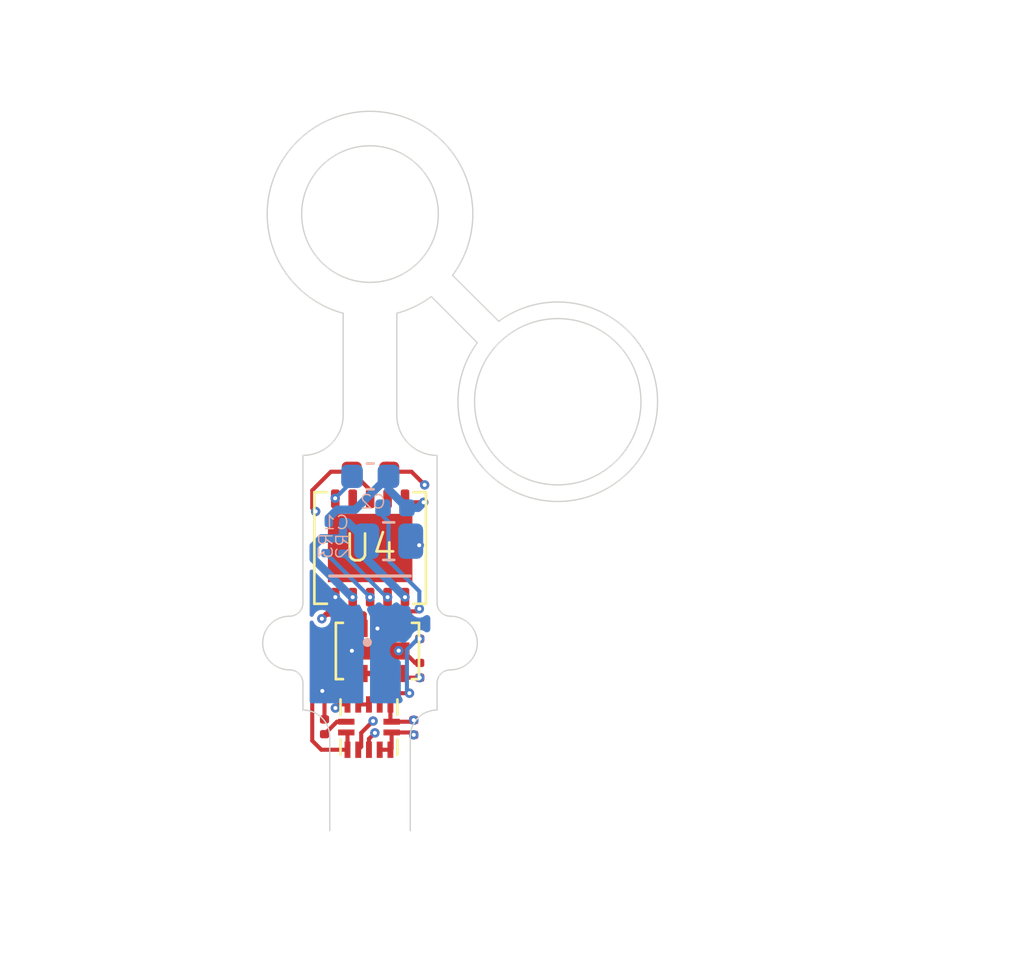
<source format=kicad_pcb>
(kicad_pcb (version 20171130) (host pcbnew "(5.1.5)-3")

  (general
    (thickness 0.8)
    (drawings 48)
    (tracks 209)
    (zones 0)
    (modules 16)
    (nets 18)
  )

  (page A4)
  (layers
    (0 F.Cu signal)
    (1 In1.Cu signal)
    (2 In2.Cu signal)
    (3 In3.Cu signal)
    (4 In4.Cu signal)
    (31 B.Cu signal)
    (32 B.Adhes user hide)
    (33 F.Adhes user hide)
    (34 B.Paste user hide)
    (35 F.Paste user hide)
    (36 B.SilkS user hide)
    (37 F.SilkS user hide)
    (38 B.Mask user hide)
    (39 F.Mask user)
    (40 Dwgs.User user)
    (41 Cmts.User user)
    (42 Eco1.User user)
    (43 Eco2.User user)
    (44 Edge.Cuts user)
    (45 Margin user)
    (46 B.CrtYd user hide)
    (47 F.CrtYd user hide)
    (48 B.Fab user hide)
    (49 F.Fab user hide)
  )

  (setup
    (last_trace_width 0.1524)
    (user_trace_width 0.1016)
    (user_trace_width 0.127)
    (user_trace_width 0.1524)
    (user_trace_width 0.2032)
    (user_trace_width 0.254)
    (user_trace_width 0.3048)
    (user_trace_width 0.381)
    (user_trace_width 0.1016)
    (user_trace_width 0.127)
    (user_trace_width 0.1524)
    (user_trace_width 0.2032)
    (user_trace_width 0.254)
    (user_trace_width 0.3048)
    (user_trace_width 0.381)
    (trace_clearance 0.1016)
    (zone_clearance 0.1524)
    (zone_45_only yes)
    (trace_min 0.1016)
    (via_size 0.3)
    (via_drill 0.15)
    (via_min_size 0.3)
    (via_min_drill 0.15)
    (user_via 0.3 0.15)
    (user_via 0.35 0.15)
    (user_via 0.3 0.15)
    (user_via 0.35 0.15)
    (uvia_size 0.3)
    (uvia_drill 0.1)
    (uvias_allowed no)
    (uvia_min_size 0.2)
    (uvia_min_drill 0.1)
    (edge_width 0.05)
    (segment_width 0.2)
    (pcb_text_width 0.3)
    (pcb_text_size 1.5 1.5)
    (mod_edge_width 0.12)
    (mod_text_size 1 1)
    (mod_text_width 0.15)
    (pad_size 0.7 0.32)
    (pad_drill 0)
    (pad_to_mask_clearance 0.0254)
    (solder_mask_min_width 0.1016)
    (aux_axis_origin 100.25 130.5)
    (visible_elements 7FFFEFFF)
    (pcbplotparams
      (layerselection 0x31cfc_ffffffff)
      (usegerberextensions false)
      (usegerberattributes false)
      (usegerberadvancedattributes false)
      (creategerberjobfile false)
      (excludeedgelayer true)
      (linewidth 0.100000)
      (plotframeref false)
      (viasonmask false)
      (mode 1)
      (useauxorigin false)
      (hpglpennumber 1)
      (hpglpenspeed 20)
      (hpglpendiameter 15.000000)
      (psnegative false)
      (psa4output false)
      (plotreference true)
      (plotvalue true)
      (plotinvisibletext false)
      (padsonsilk false)
      (subtractmaskfromsilk false)
      (outputformat 1)
      (mirror false)
      (drillshape 0)
      (scaleselection 1)
      (outputdirectory "Output/"))
  )

  (net 0 "")
  (net 1 GND)
  (net 2 +3V3)
  (net 3 "Net-(C3-Pad2)")
  (net 4 "Net-(C3-Pad1)")
  (net 5 "Net-(C5-Pad1)")
  (net 6 "Net-(D1-PadA)")
  (net 7 "Net-(D2-PadA)")
  (net 8 "Net-(R1-Pad1)")
  (net 9 "Net-(U3-Pad3)")
  (net 10 "Net-(C2-Pad1)")
  (net 11 /EWL1)
  (net 12 /EWL2)
  (net 13 /I_SET)
  (net 14 /SDA_3V3)
  (net 15 /SCL_3V3)
  (net 16 /ENT1)
  (net 17 "Net-(U4-Pad9)")

  (net_class Default "This is the default net class."
    (clearance 0.1016)
    (trace_width 0.1016)
    (via_dia 0.3)
    (via_drill 0.15)
    (uvia_dia 0.3)
    (uvia_drill 0.1)
    (add_net +3V3)
    (add_net /ENT1)
    (add_net /EWL1)
    (add_net /EWL2)
    (add_net /I_SET)
    (add_net /SCL_3V3)
    (add_net /SDA_3V3)
    (add_net GND)
    (add_net "Net-(C2-Pad1)")
    (add_net "Net-(C3-Pad1)")
    (add_net "Net-(C3-Pad2)")
    (add_net "Net-(C5-Pad1)")
    (add_net "Net-(D1-PadA)")
    (add_net "Net-(D2-PadA)")
    (add_net "Net-(R1-Pad1)")
    (add_net "Net-(U3-Pad3)")
    (add_net "Net-(U4-Pad9)")
  )

  (module Package_SON:SON11P65_400X400X80L40X30T315X255L (layer F.Cu) (tedit 5EC3A564) (tstamp 5D7E5FB4)
    (at 140.5052 91.066)
    (descr "Small Outline No-Lead (SON with Tab), 0.65 mm pitch; 10 pin, 4.00 mm L X 4.00 mm W X 0.80 mm H body")
    (path /5EB66C4C)
    (attr smd)
    (fp_text reference U4 (at 0 0) (layer F.SilkS)
      (effects (font (size 1 1) (thickness 0.1)))
    )
    (fp_text value HV892 (at 0 0) (layer F.Fab)
      (effects (font (size 1.2 1.2) (thickness 0.12)))
    )
    (fp_line (start 1.56 2.18) (end 2.18 2.18) (layer F.CrtYd) (width 0.05))
    (fp_line (start 1.56 2.285) (end 1.56 2.18) (layer F.CrtYd) (width 0.05))
    (fp_line (start -1.56 2.285) (end 1.56 2.285) (layer F.CrtYd) (width 0.05))
    (fp_line (start -1.56 2.18) (end -1.56 2.285) (layer F.CrtYd) (width 0.05))
    (fp_line (start -2.18 2.18) (end -1.56 2.18) (layer F.CrtYd) (width 0.05))
    (fp_line (start -2.18 -2.18) (end -2.18 2.18) (layer F.CrtYd) (width 0.05))
    (fp_line (start -1.56 -2.18) (end -2.18 -2.18) (layer F.CrtYd) (width 0.05))
    (fp_line (start -1.56 -2.285) (end -1.56 -2.18) (layer F.CrtYd) (width 0.05))
    (fp_line (start 1.56 -2.285) (end -1.56 -2.285) (layer F.CrtYd) (width 0.05))
    (fp_line (start 1.56 -2.18) (end 1.56 -2.285) (layer F.CrtYd) (width 0.05))
    (fp_line (start 2.18 -2.18) (end 1.56 -2.18) (layer F.CrtYd) (width 0.05))
    (fp_line (start 2.18 2.18) (end 2.18 -2.18) (layer F.CrtYd) (width 0.05))
    (fp_line (start -2.08 -2.08) (end -1.61 -2.08) (layer F.SilkS) (width 0.1))
    (fp_line (start -2.08 2.08) (end -2.08 -2.08) (layer F.SilkS) (width 0.1))
    (fp_line (start -1.61 2.08) (end -2.08 2.08) (layer F.SilkS) (width 0.1))
    (fp_line (start 2.08 -2.08) (end 1.61 -2.08) (layer F.SilkS) (width 0.1))
    (fp_line (start 2.08 2.08) (end 2.08 -2.08) (layer F.SilkS) (width 0.1))
    (fp_line (start 1.61 2.08) (end 2.08 2.08) (layer F.SilkS) (width 0.1))
    (fp_line (start -0.35 0) (end 0.35 0) (layer F.CrtYd) (width 0.05))
    (fp_line (start 0 -0.35) (end 0 0.35) (layer F.CrtYd) (width 0.05))
    (fp_circle (center 0 0) (end 0 0.25) (layer F.CrtYd) (width 0.05))
    (fp_line (start 2.08 2.08) (end -2.08 2.08) (layer F.Fab) (width 0.12))
    (fp_line (start 2.08 -2.08) (end 2.08 2.08) (layer F.Fab) (width 0.12))
    (fp_line (start -2.08 -2.08) (end 2.08 -2.08) (layer F.Fab) (width 0.12))
    (fp_line (start -2.08 2.08) (end -2.08 -2.08) (layer F.Fab) (width 0.12))
    (fp_line (start 2 2) (end -2 2) (layer Dwgs.User) (width 0.025))
    (fp_line (start 2 -2) (end 2 2) (layer Dwgs.User) (width 0.025))
    (fp_line (start -2 -2) (end 2 -2) (layer Dwgs.User) (width 0.025))
    (fp_line (start -2 2) (end -2 -2) (layer Dwgs.User) (width 0.025))
    (fp_line (start 1.575 -1.275) (end 1.575 1.275) (layer Dwgs.User) (width 0.025))
    (fp_line (start -1.575 -1.275) (end 1.575 -1.275) (layer Dwgs.User) (width 0.025))
    (fp_line (start -1.575 1.275) (end -1.575 -1.275) (layer Dwgs.User) (width 0.025))
    (fp_line (start 1.575 1.275) (end -1.575 1.275) (layer Dwgs.User) (width 0.025))
    (fp_line (start -1.15 -2) (end -1.45 -2) (layer Dwgs.User) (width 0.025))
    (fp_line (start -1.15 -1.75) (end -1.15 -2) (layer Dwgs.User) (width 0.025))
    (fp_arc (start -1.3 -1.75) (end -1.15 -1.75) (angle 180) (layer Dwgs.User) (width 0.025))
    (fp_line (start -1.45 -2) (end -1.45 -1.75) (layer Dwgs.User) (width 0.025))
    (fp_line (start -0.5 -2) (end -0.8 -2) (layer Dwgs.User) (width 0.025))
    (fp_line (start -0.5 -1.75) (end -0.5 -2) (layer Dwgs.User) (width 0.025))
    (fp_arc (start -0.65 -1.75) (end -0.5 -1.75) (angle 180) (layer Dwgs.User) (width 0.025))
    (fp_line (start -0.8 -2) (end -0.8 -1.75) (layer Dwgs.User) (width 0.025))
    (fp_line (start 0.15 -2) (end -0.15 -2) (layer Dwgs.User) (width 0.025))
    (fp_line (start 0.15 -1.75) (end 0.15 -2) (layer Dwgs.User) (width 0.025))
    (fp_arc (start 0 -1.75) (end 0.15 -1.75) (angle 180) (layer Dwgs.User) (width 0.025))
    (fp_line (start -0.15 -2) (end -0.15 -1.75) (layer Dwgs.User) (width 0.025))
    (fp_line (start 0.8 -2) (end 0.5 -2) (layer Dwgs.User) (width 0.025))
    (fp_line (start 0.8 -1.75) (end 0.8 -2) (layer Dwgs.User) (width 0.025))
    (fp_arc (start 0.65 -1.75) (end 0.8 -1.75) (angle 180) (layer Dwgs.User) (width 0.025))
    (fp_line (start 0.5 -2) (end 0.5 -1.75) (layer Dwgs.User) (width 0.025))
    (fp_line (start 1.45 -2) (end 1.15 -2) (layer Dwgs.User) (width 0.025))
    (fp_line (start 1.45 -1.75) (end 1.45 -2) (layer Dwgs.User) (width 0.025))
    (fp_arc (start 1.3 -1.75) (end 1.45 -1.75) (angle 180) (layer Dwgs.User) (width 0.025))
    (fp_line (start 1.15 -2) (end 1.15 -1.75) (layer Dwgs.User) (width 0.025))
    (fp_line (start 1.15 2) (end 1.45 2) (layer Dwgs.User) (width 0.025))
    (fp_line (start 1.15 1.75) (end 1.15 2) (layer Dwgs.User) (width 0.025))
    (fp_arc (start 1.3 1.75) (end 1.15 1.75) (angle 180) (layer Dwgs.User) (width 0.025))
    (fp_line (start 1.45 2) (end 1.45 1.75) (layer Dwgs.User) (width 0.025))
    (fp_line (start 0.5 2) (end 0.8 2) (layer Dwgs.User) (width 0.025))
    (fp_line (start 0.5 1.75) (end 0.5 2) (layer Dwgs.User) (width 0.025))
    (fp_arc (start 0.65 1.75) (end 0.5 1.75) (angle 180) (layer Dwgs.User) (width 0.025))
    (fp_line (start 0.8 2) (end 0.8 1.75) (layer Dwgs.User) (width 0.025))
    (fp_line (start -0.15 2) (end 0.15 2) (layer Dwgs.User) (width 0.025))
    (fp_line (start -0.15 1.75) (end -0.15 2) (layer Dwgs.User) (width 0.025))
    (fp_arc (start 0 1.75) (end -0.15 1.75) (angle 180) (layer Dwgs.User) (width 0.025))
    (fp_line (start 0.15 2) (end 0.15 1.75) (layer Dwgs.User) (width 0.025))
    (fp_line (start -0.8 2) (end -0.5 2) (layer Dwgs.User) (width 0.025))
    (fp_line (start -0.8 1.75) (end -0.8 2) (layer Dwgs.User) (width 0.025))
    (fp_arc (start -0.65 1.75) (end -0.8 1.75) (angle 180) (layer Dwgs.User) (width 0.025))
    (fp_line (start -0.5 2) (end -0.5 1.75) (layer Dwgs.User) (width 0.025))
    (fp_line (start -1.45 2) (end -1.15 2) (layer Dwgs.User) (width 0.025))
    (fp_line (start -1.45 1.75) (end -1.45 2) (layer Dwgs.User) (width 0.025))
    (fp_arc (start -1.3 1.75) (end -1.45 1.75) (angle 180) (layer Dwgs.User) (width 0.025))
    (fp_line (start -1.15 2) (end -1.15 1.75) (layer Dwgs.User) (width 0.025))
    (fp_text user %R (at 0 0) (layer F.Fab)
      (effects (font (size 2 2) (thickness 0.2)))
    )
    (pad "" smd rect (at -0.785 -0.635 90) (size 0.9 1.2) (layers F.Paste))
    (pad "" smd rect (at -0.785 0.635 90) (size 0.9 1.2) (layers F.Paste))
    (pad "" smd rect (at 0.785 -0.635 90) (size 0.9 1.2) (layers F.Paste))
    (pad "" smd rect (at 0.785 0.635 90) (size 0.9 1.2) (layers F.Paste))
    (pad 11 smd rect (at 0 0 90) (size 2.55 3.15) (layers F.Cu F.Mask))
    (pad 10 smd roundrect (at -1.3 -1.835 90) (size 0.7 0.32) (layers F.Cu F.Paste F.Mask) (roundrect_rratio 0.25)
      (net 10 "Net-(C2-Pad1)"))
    (pad 9 smd roundrect (at -0.65 -1.835 90) (size 0.7 0.32) (layers F.Cu F.Paste F.Mask) (roundrect_rratio 0.25)
      (net 17 "Net-(U4-Pad9)"))
    (pad 8 smd roundrect (at 0 -1.835 90) (size 0.7 0.32) (layers F.Cu F.Paste F.Mask) (roundrect_rratio 0.25)
      (net 11 /EWL1))
    (pad 7 smd roundrect (at 0.65 -1.835 90) (size 0.7 0.32) (layers F.Cu F.Paste F.Mask) (roundrect_rratio 0.25)
      (net 12 /EWL2))
    (pad 6 smd roundrect (at 1.3 -1.835 90) (size 0.7 0.32) (layers F.Cu F.Paste F.Mask) (roundrect_rratio 0.25)
      (net 1 GND))
    (pad 5 smd roundrect (at 1.3 1.835 90) (size 0.7 0.32) (layers F.Cu F.Paste F.Mask) (roundrect_rratio 0.25)
      (net 2 +3V3))
    (pad 4 smd roundrect (at 0.65 1.835 90) (size 0.7 0.32) (layers F.Cu F.Paste F.Mask) (roundrect_rratio 0.25)
      (net 14 /SDA_3V3))
    (pad 3 smd roundrect (at 0 1.835 90) (size 0.7 0.32) (layers F.Cu F.Paste F.Mask) (roundrect_rratio 0.25)
      (net 15 /SCL_3V3))
    (pad 2 smd roundrect (at -0.65 1.835 90) (size 0.7 0.32) (layers F.Cu F.Paste F.Mask) (roundrect_rratio 0.25)
      (net 2 +3V3))
    (pad 1 smd roundrect (at -1.3 1.835 90) (size 0.7 0.32) (layers F.Cu F.Paste F.Mask) (roundrect_rratio 0.25)
      (net 1 GND))
  )

  (module .Resistor:R_0201_0603Metric_ERJ_L (layer B.Cu) (tedit 5D79AF55) (tstamp 5EC3EEFF)
    (at 138.858 90.982 90)
    (descr "Resistor, Chip; 0.60 mm L X 0.30 mm W X 0.26 mm H body")
    (path /5D894719)
    (attr smd)
    (fp_text reference R3 (at 0 0 90) (layer B.Fab)
      (effects (font (size 1 1) (thickness 0.1)) (justify mirror))
    )
    (fp_text value ERJ-1GNF1002C (at 0 0 90) (layer B.Fab)
      (effects (font (size 1.2 1.2) (thickness 0.12)) (justify mirror))
    )
    (fp_line (start 0 0.135) (end 0 -0.135) (layer B.CrtYd) (width 0.05))
    (fp_line (start 0.135 0) (end -0.135 0) (layer B.CrtYd) (width 0.05))
    (fp_circle (center 0 0) (end 0 -0.1013) (layer B.CrtYd) (width 0.05))
    (fp_line (start 0.53 -0.27) (end -0.53 -0.27) (layer B.CrtYd) (width 0.05))
    (fp_line (start 0.53 0.27) (end 0.53 -0.27) (layer B.CrtYd) (width 0.05))
    (fp_line (start -0.53 0.27) (end 0.53 0.27) (layer B.CrtYd) (width 0.05))
    (fp_line (start -0.53 -0.27) (end -0.53 0.27) (layer B.CrtYd) (width 0.05))
    (fp_line (start 0.32 -0.17) (end -0.32 -0.17) (layer B.Fab) (width 0.12))
    (fp_line (start 0.32 0.17) (end 0.32 -0.17) (layer B.Fab) (width 0.12))
    (fp_line (start -0.32 0.17) (end 0.32 0.17) (layer B.Fab) (width 0.12))
    (fp_line (start -0.32 -0.17) (end -0.32 0.17) (layer B.Fab) (width 0.12))
    (fp_line (start 0.3 -0.15) (end -0.3 -0.15) (layer Dwgs.User) (width 0.025))
    (fp_line (start 0.3 0.15) (end 0.3 -0.15) (layer Dwgs.User) (width 0.025))
    (fp_line (start -0.3 0.15) (end 0.3 0.15) (layer Dwgs.User) (width 0.025))
    (fp_line (start -0.3 -0.15) (end -0.3 0.15) (layer Dwgs.User) (width 0.025))
    (fp_line (start 0.3 -0.15) (end 0.15 -0.15) (layer Dwgs.User) (width 0.025))
    (fp_line (start 0.3 0.15) (end 0.3 -0.15) (layer Dwgs.User) (width 0.025))
    (fp_line (start 0.15 0.15) (end 0.3 0.15) (layer Dwgs.User) (width 0.025))
    (fp_line (start 0.15 -0.15) (end 0.15 0.15) (layer Dwgs.User) (width 0.025))
    (fp_line (start -0.3 0.15) (end -0.15 0.15) (layer Dwgs.User) (width 0.025))
    (fp_line (start -0.3 -0.15) (end -0.3 0.15) (layer Dwgs.User) (width 0.025))
    (fp_line (start -0.15 -0.15) (end -0.3 -0.15) (layer Dwgs.User) (width 0.025))
    (fp_line (start -0.15 0.15) (end -0.15 -0.15) (layer Dwgs.User) (width 0.025))
    (fp_text user %R (at 0 0 90) (layer B.SilkS)
      (effects (font (size 0.5 0.5) (thickness 0.05)) (justify mirror))
    )
    (pad 2 smd roundrect (at 0.275 0 90) (size 0.31 0.34) (layers B.Cu B.Paste B.Mask) (roundrect_rratio 0.25)
      (net 2 +3V3))
    (pad 1 smd roundrect (at -0.275 0 90) (size 0.31 0.34) (layers B.Cu B.Paste B.Mask) (roundrect_rratio 0.25)
      (net 15 /SCL_3V3))
    (model ${KICAD_AHARONI_LAB}/Modules/Resistor.pretty/R_0201_0603Metric_ERJ_L.STEP
      (at (xyz 0 0 0))
      (scale (xyz 1 1 1))
      (rotate (xyz -90 0 0))
    )
  )

  (module .Resistor:R_0201_0603Metric_ERJ_L (layer B.Cu) (tedit 5D79AF55) (tstamp 5EC3EEE1)
    (at 139.493 91.003 90)
    (descr "Resistor, Chip; 0.60 mm L X 0.30 mm W X 0.26 mm H body")
    (path /5D895973)
    (attr smd)
    (fp_text reference R2 (at 0 0 90) (layer B.Fab)
      (effects (font (size 1 1) (thickness 0.1)) (justify mirror))
    )
    (fp_text value ERJ-1GNF1002C (at 0 0 90) (layer B.Fab)
      (effects (font (size 1.2 1.2) (thickness 0.12)) (justify mirror))
    )
    (fp_line (start 0 0.135) (end 0 -0.135) (layer B.CrtYd) (width 0.05))
    (fp_line (start 0.135 0) (end -0.135 0) (layer B.CrtYd) (width 0.05))
    (fp_circle (center 0 0) (end 0 -0.1013) (layer B.CrtYd) (width 0.05))
    (fp_line (start 0.53 -0.27) (end -0.53 -0.27) (layer B.CrtYd) (width 0.05))
    (fp_line (start 0.53 0.27) (end 0.53 -0.27) (layer B.CrtYd) (width 0.05))
    (fp_line (start -0.53 0.27) (end 0.53 0.27) (layer B.CrtYd) (width 0.05))
    (fp_line (start -0.53 -0.27) (end -0.53 0.27) (layer B.CrtYd) (width 0.05))
    (fp_line (start 0.32 -0.17) (end -0.32 -0.17) (layer B.Fab) (width 0.12))
    (fp_line (start 0.32 0.17) (end 0.32 -0.17) (layer B.Fab) (width 0.12))
    (fp_line (start -0.32 0.17) (end 0.32 0.17) (layer B.Fab) (width 0.12))
    (fp_line (start -0.32 -0.17) (end -0.32 0.17) (layer B.Fab) (width 0.12))
    (fp_line (start 0.3 -0.15) (end -0.3 -0.15) (layer Dwgs.User) (width 0.025))
    (fp_line (start 0.3 0.15) (end 0.3 -0.15) (layer Dwgs.User) (width 0.025))
    (fp_line (start -0.3 0.15) (end 0.3 0.15) (layer Dwgs.User) (width 0.025))
    (fp_line (start -0.3 -0.15) (end -0.3 0.15) (layer Dwgs.User) (width 0.025))
    (fp_line (start 0.3 -0.15) (end 0.15 -0.15) (layer Dwgs.User) (width 0.025))
    (fp_line (start 0.3 0.15) (end 0.3 -0.15) (layer Dwgs.User) (width 0.025))
    (fp_line (start 0.15 0.15) (end 0.3 0.15) (layer Dwgs.User) (width 0.025))
    (fp_line (start 0.15 -0.15) (end 0.15 0.15) (layer Dwgs.User) (width 0.025))
    (fp_line (start -0.3 0.15) (end -0.15 0.15) (layer Dwgs.User) (width 0.025))
    (fp_line (start -0.3 -0.15) (end -0.3 0.15) (layer Dwgs.User) (width 0.025))
    (fp_line (start -0.15 -0.15) (end -0.3 -0.15) (layer Dwgs.User) (width 0.025))
    (fp_line (start -0.15 0.15) (end -0.15 -0.15) (layer Dwgs.User) (width 0.025))
    (fp_text user %R (at 0 0 90) (layer B.SilkS)
      (effects (font (size 0.5 0.5) (thickness 0.05)) (justify mirror))
    )
    (pad 2 smd roundrect (at 0.275 0 90) (size 0.31 0.34) (layers B.Cu B.Paste B.Mask) (roundrect_rratio 0.25)
      (net 2 +3V3))
    (pad 1 smd roundrect (at -0.275 0 90) (size 0.31 0.34) (layers B.Cu B.Paste B.Mask) (roundrect_rratio 0.25)
      (net 14 /SDA_3V3))
    (model ${KICAD_AHARONI_LAB}/Modules/Resistor.pretty/R_0201_0603Metric_ERJ_L.STEP
      (at (xyz 0 0 0))
      (scale (xyz 1 1 1))
      (rotate (xyz -90 0 0))
    )
  )

  (module .Capacitor:C_0603_1608Metric_L (layer B.Cu) (tedit 5D79AF29) (tstamp 5EC3F3E5)
    (at 140.50954 88.39454)
    (descr "Capacitor, Chip; 1.60 mm L X 0.80 mm W X 0.95 mm H body")
    (path /5EB6E913)
    (attr smd)
    (fp_text reference C2 (at 0 0 180) (layer B.Fab)
      (effects (font (size 1 1) (thickness 0.1)) (justify mirror))
    )
    (fp_text value "CL10B472KC8WPJC " (at 0 0 180) (layer B.Fab)
      (effects (font (size 1.2 1.2) (thickness 0.12)) (justify mirror))
    )
    (fp_line (start 0 0.29) (end 0 -0.29) (layer Dwgs.User) (width 0.05))
    (fp_line (start 0.29 0) (end -0.29 0) (layer Dwgs.User) (width 0.05))
    (fp_circle (center 0 0) (end 0.2175 0) (layer Dwgs.User) (width 0.05))
    (fp_line (start 1.19 -0.58) (end -1.19 -0.58) (layer B.CrtYd) (width 0.05))
    (fp_line (start 1.19 0.58) (end 1.19 -0.58) (layer B.CrtYd) (width 0.05))
    (fp_line (start -1.19 0.58) (end 1.19 0.58) (layer B.CrtYd) (width 0.05))
    (fp_line (start -1.19 -0.58) (end -1.19 0.58) (layer B.CrtYd) (width 0.05))
    (fp_line (start -0.125 -0.48) (end 0.125 -0.48) (layer B.SilkS) (width 0.1))
    (fp_line (start -0.125 0.48) (end 0.125 0.48) (layer B.SilkS) (width 0.1))
    (fp_line (start 0.88 -0.48) (end -0.88 -0.48) (layer B.Fab) (width 0.12))
    (fp_line (start 0.88 0.48) (end 0.88 -0.48) (layer B.Fab) (width 0.12))
    (fp_line (start -0.88 0.48) (end 0.88 0.48) (layer B.Fab) (width 0.12))
    (fp_line (start -0.88 -0.48) (end -0.88 0.48) (layer B.Fab) (width 0.12))
    (fp_line (start 0.8 -0.4) (end -0.8 -0.4) (layer Dwgs.User) (width 0.025))
    (fp_line (start 0.8 0.4) (end 0.8 -0.4) (layer Dwgs.User) (width 0.025))
    (fp_line (start -0.8 0.4) (end 0.8 0.4) (layer Dwgs.User) (width 0.025))
    (fp_line (start -0.8 -0.4) (end -0.8 0.4) (layer Dwgs.User) (width 0.025))
    (fp_line (start 0.8 -0.4) (end 0.425 -0.4) (layer Dwgs.User) (width 0.025))
    (fp_line (start 0.8 0.4) (end 0.8 -0.4) (layer Dwgs.User) (width 0.025))
    (fp_line (start 0.425 0.4) (end 0.8 0.4) (layer Dwgs.User) (width 0.025))
    (fp_line (start 0.425 -0.4) (end 0.425 0.4) (layer Dwgs.User) (width 0.025))
    (fp_line (start -0.8 0.4) (end -0.425 0.4) (layer Dwgs.User) (width 0.025))
    (fp_line (start -0.8 -0.4) (end -0.8 0.4) (layer Dwgs.User) (width 0.025))
    (fp_line (start -0.425 -0.4) (end -0.8 -0.4) (layer Dwgs.User) (width 0.025))
    (fp_line (start -0.425 0.4) (end -0.425 -0.4) (layer Dwgs.User) (width 0.025))
    (fp_text user %R (at 0.1 0.95 180) (layer B.SilkS)
      (effects (font (size 0.5 0.5) (thickness 0.05)) (justify mirror))
    )
    (pad 2 smd roundrect (at 0.68 0) (size 0.81 0.87) (layers B.Cu B.Paste B.Mask) (roundrect_rratio 0.25)
      (net 1 GND))
    (pad 1 smd roundrect (at -0.68 0) (size 0.81 0.87) (layers B.Cu B.Paste B.Mask) (roundrect_rratio 0.25)
      (net 10 "Net-(C2-Pad1)"))
    (model ${KICAD_AHARONI_LAB}/Modules/Capacitor.pretty/C_0603_1608Metric_L.STEP
      (at (xyz 0 0 0))
      (scale (xyz 1 1 1))
      (rotate (xyz -90 0 0))
    )
  )

  (module .Capacitor:C_0201_0603Metric_L (layer B.Cu) (tedit 5CF5D71B) (tstamp 5EC3EDCD)
    (at 139.239 90.114 180)
    (descr "Capacitor, Chip; 0.60 mm L X 0.30 mm W X 0.33 mm H body")
    (path /5EBA1BF9)
    (attr smd)
    (fp_text reference C1 (at 0 0) (layer B.Fab)
      (effects (font (size 1 1) (thickness 0.1)) (justify mirror))
    )
    (fp_text value GRM033R61A225ME47D (at 0 0) (layer B.Fab)
      (effects (font (size 1.2 1.2) (thickness 0.12)) (justify mirror))
    )
    (fp_line (start 0 0.135) (end 0 -0.135) (layer B.CrtYd) (width 0.05))
    (fp_line (start 0.135 0) (end -0.135 0) (layer B.CrtYd) (width 0.05))
    (fp_circle (center 0 0) (end 0 -0.1013) (layer B.CrtYd) (width 0.05))
    (fp_line (start 0.53 -0.27) (end -0.53 -0.27) (layer B.CrtYd) (width 0.05))
    (fp_line (start 0.53 0.27) (end 0.53 -0.27) (layer B.CrtYd) (width 0.05))
    (fp_line (start -0.53 0.27) (end 0.53 0.27) (layer B.CrtYd) (width 0.05))
    (fp_line (start -0.53 -0.27) (end -0.53 0.27) (layer B.CrtYd) (width 0.05))
    (fp_line (start 0.32 -0.17) (end -0.32 -0.17) (layer B.Fab) (width 0.12))
    (fp_line (start 0.32 0.17) (end 0.32 -0.17) (layer B.Fab) (width 0.12))
    (fp_line (start -0.32 0.17) (end 0.32 0.17) (layer B.Fab) (width 0.12))
    (fp_line (start -0.32 -0.17) (end -0.32 0.17) (layer B.Fab) (width 0.12))
    (fp_line (start 0.3 -0.15) (end -0.3 -0.15) (layer Dwgs.User) (width 0.025))
    (fp_line (start 0.3 0.15) (end 0.3 -0.15) (layer Dwgs.User) (width 0.025))
    (fp_line (start -0.3 0.15) (end 0.3 0.15) (layer Dwgs.User) (width 0.025))
    (fp_line (start -0.3 -0.15) (end -0.3 0.15) (layer Dwgs.User) (width 0.025))
    (fp_line (start 0.3 -0.15) (end 0.15 -0.15) (layer Dwgs.User) (width 0.025))
    (fp_line (start 0.3 0.15) (end 0.3 -0.15) (layer Dwgs.User) (width 0.025))
    (fp_line (start 0.15 0.15) (end 0.3 0.15) (layer Dwgs.User) (width 0.025))
    (fp_line (start 0.15 -0.15) (end 0.15 0.15) (layer Dwgs.User) (width 0.025))
    (fp_line (start -0.3 0.15) (end -0.15 0.15) (layer Dwgs.User) (width 0.025))
    (fp_line (start -0.3 -0.15) (end -0.3 0.15) (layer Dwgs.User) (width 0.025))
    (fp_line (start -0.15 -0.15) (end -0.3 -0.15) (layer Dwgs.User) (width 0.025))
    (fp_line (start -0.15 0.15) (end -0.15 -0.15) (layer Dwgs.User) (width 0.025))
    (fp_text user %R (at 0 0) (layer B.SilkS)
      (effects (font (size 0.5 0.5) (thickness 0.05)) (justify mirror))
    )
    (pad 2 smd roundrect (at 0.275 0 180) (size 0.31 0.34) (layers B.Cu B.Paste B.Mask) (roundrect_rratio 0.25)
      (net 1 GND))
    (pad 1 smd roundrect (at -0.275 0 180) (size 0.31 0.34) (layers B.Cu B.Paste B.Mask) (roundrect_rratio 0.25)
      (net 2 +3V3))
    (model ${KICAD_AHARONI_LAB}/Modules/Capacitor.pretty/C_0201_0603Metric_L.STEP
      (at (xyz 0 0 0))
      (scale (xyz 1 1 1))
      (rotate (xyz -90 0 0))
    )
  )

  (module .Capacitor:C_0805_2012Metric_L (layer B.Cu) (tedit 5D79AF37) (tstamp 5D7C39BC)
    (at 141.1982 90.8106)
    (descr "Capacitor, Chip; 2.00 mm L X 1.25 mm W X 1.40 mm H body")
    (path /5D7EE600)
    (attr smd)
    (fp_text reference C50 (at 0 0) (layer B.Fab)
      (effects (font (size 0.1778 0.1778) (thickness 0.0254)) (justify mirror))
    )
    (fp_text value "GRM21BR61A476ME15L " (at 0 0) (layer B.Fab) hide
      (effects (font (size 1.2 1.2) (thickness 0.12)) (justify mirror))
    )
    (fp_line (start 0 0.35) (end 0 -0.35) (layer Dwgs.User) (width 0.05))
    (fp_line (start 0.35 0) (end -0.35 0) (layer Dwgs.User) (width 0.05))
    (fp_circle (center 0 0) (end 0.25 0) (layer Dwgs.User) (width 0.05))
    (fp_line (start 1.39 -0.8) (end -1.39 -0.8) (layer B.CrtYd) (width 0.05))
    (fp_line (start 1.39 0.8) (end 1.39 -0.8) (layer B.CrtYd) (width 0.05))
    (fp_line (start -1.39 0.8) (end 1.39 0.8) (layer B.CrtYd) (width 0.05))
    (fp_line (start -1.39 -0.8) (end -1.39 0.8) (layer B.CrtYd) (width 0.05))
    (fp_line (start -0.205 -0.7) (end 0.205 -0.7) (layer B.SilkS) (width 0.1))
    (fp_line (start -0.205 0.7) (end 0.205 0.7) (layer B.SilkS) (width 0.1))
    (fp_line (start 1.08 -0.7) (end -1.08 -0.7) (layer B.Fab) (width 0.12))
    (fp_line (start 1.08 0.7) (end 1.08 -0.7) (layer B.Fab) (width 0.12))
    (fp_line (start -1.08 0.7) (end 1.08 0.7) (layer B.Fab) (width 0.12))
    (fp_line (start -1.08 -0.7) (end -1.08 0.7) (layer B.Fab) (width 0.12))
    (fp_line (start 1 -0.625) (end -1 -0.625) (layer Dwgs.User) (width 0.025))
    (fp_line (start 1 0.625) (end 1 -0.625) (layer Dwgs.User) (width 0.025))
    (fp_line (start -1 0.625) (end 1 0.625) (layer Dwgs.User) (width 0.025))
    (fp_line (start -1 -0.625) (end -1 0.625) (layer Dwgs.User) (width 0.025))
    (fp_line (start 1 -0.625) (end 0.55 -0.625) (layer Dwgs.User) (width 0.025))
    (fp_line (start 1 0.625) (end 1 -0.625) (layer Dwgs.User) (width 0.025))
    (fp_line (start 0.55 0.625) (end 1 0.625) (layer Dwgs.User) (width 0.025))
    (fp_line (start 0.55 -0.625) (end 0.55 0.625) (layer Dwgs.User) (width 0.025))
    (fp_line (start -1 0.625) (end -0.55 0.625) (layer Dwgs.User) (width 0.025))
    (fp_line (start -1 -0.625) (end -1 0.625) (layer Dwgs.User) (width 0.025))
    (fp_line (start -0.55 -0.625) (end -1 -0.625) (layer Dwgs.User) (width 0.025))
    (fp_line (start -0.55 0.625) (end -0.55 -0.625) (layer Dwgs.User) (width 0.025))
    (fp_text user %R (at 0 0) (layer B.Fab) hide
      (effects (font (size 0.92 0.92) (thickness 0.09)) (justify mirror))
    )
    (pad 2 smd roundrect (at 0.82 0) (size 0.93 1.32) (layers B.Cu B.Paste B.Mask) (roundrect_rratio 0.25)
      (net 1 GND))
    (pad 1 smd roundrect (at -0.82 0) (size 0.93 1.32) (layers B.Cu B.Paste B.Mask) (roundrect_rratio 0.25)
      (net 2 +3V3))
    (model ${KICAD_AHARONI_LAB}/Modules/Capacitor.pretty/C_0805_2012Metric_L.STEP
      (at (xyz 0 0 0))
      (scale (xyz 1 1 1))
      (rotate (xyz -90 0 0))
    )
  )

  (module .Resistor:R_0201_0603Metric_ERJ_L (layer F.Cu) (tedit 5D79AF55) (tstamp 5D796198)
    (at 138.8034 97.735 90)
    (descr "Resistor, Chip; 0.60 mm L X 0.30 mm W X 0.26 mm H body")
    (path /5C1AA029)
    (attr smd)
    (fp_text reference R1 (at 0 0 90 unlocked) (layer F.Fab)
      (effects (font (size 0.1778 0.1778) (thickness 0.0254)))
    )
    (fp_text value ERJ-1GNF1022C (at 0 0 90) (layer F.Fab) hide
      (effects (font (size 1.2 1.2) (thickness 0.12)))
    )
    (fp_text user %R (at 0 0 90 unlocked) (layer F.Fab) hide
      (effects (font (size 0.1778 0.1778) (thickness 0.0254)))
    )
    (fp_line (start -0.15 -0.15) (end -0.15 0.15) (layer Dwgs.User) (width 0.025))
    (fp_line (start -0.15 0.15) (end -0.3 0.15) (layer Dwgs.User) (width 0.025))
    (fp_line (start -0.3 0.15) (end -0.3 -0.15) (layer Dwgs.User) (width 0.025))
    (fp_line (start -0.3 -0.15) (end -0.15 -0.15) (layer Dwgs.User) (width 0.025))
    (fp_line (start 0.15 0.15) (end 0.15 -0.15) (layer Dwgs.User) (width 0.025))
    (fp_line (start 0.15 -0.15) (end 0.3 -0.15) (layer Dwgs.User) (width 0.025))
    (fp_line (start 0.3 -0.15) (end 0.3 0.15) (layer Dwgs.User) (width 0.025))
    (fp_line (start 0.3 0.15) (end 0.15 0.15) (layer Dwgs.User) (width 0.025))
    (fp_line (start -0.3 0.15) (end -0.3 -0.15) (layer Dwgs.User) (width 0.025))
    (fp_line (start -0.3 -0.15) (end 0.3 -0.15) (layer Dwgs.User) (width 0.025))
    (fp_line (start 0.3 -0.15) (end 0.3 0.15) (layer Dwgs.User) (width 0.025))
    (fp_line (start 0.3 0.15) (end -0.3 0.15) (layer Dwgs.User) (width 0.025))
    (fp_line (start -0.32 0.17) (end -0.32 -0.17) (layer F.Fab) (width 0.12))
    (fp_line (start -0.32 -0.17) (end 0.32 -0.17) (layer F.Fab) (width 0.12))
    (fp_line (start 0.32 -0.17) (end 0.32 0.17) (layer F.Fab) (width 0.12))
    (fp_line (start 0.32 0.17) (end -0.32 0.17) (layer F.Fab) (width 0.12))
    (fp_line (start -0.53 0.27) (end -0.53 -0.27) (layer F.CrtYd) (width 0.05))
    (fp_line (start -0.53 -0.27) (end 0.53 -0.27) (layer F.CrtYd) (width 0.05))
    (fp_line (start 0.53 -0.27) (end 0.53 0.27) (layer F.CrtYd) (width 0.05))
    (fp_line (start 0.53 0.27) (end -0.53 0.27) (layer F.CrtYd) (width 0.05))
    (fp_circle (center 0 0) (end 0 0.1013) (layer F.CrtYd) (width 0.05))
    (fp_line (start 0.135 0) (end -0.135 0) (layer F.CrtYd) (width 0.05))
    (fp_line (start 0 -0.135) (end 0 0.135) (layer F.CrtYd) (width 0.05))
    (pad 1 smd roundrect (at -0.275 0 90) (size 0.31 0.34) (layers F.Cu F.Paste F.Mask) (roundrect_rratio 0.25)
      (net 8 "Net-(R1-Pad1)"))
    (pad 2 smd roundrect (at 0.275 0 90) (size 0.31 0.34) (layers F.Cu F.Paste F.Mask) (roundrect_rratio 0.25)
      (net 13 /I_SET))
    (model ${KICAD_AHARONI_LAB}/Modules/Resistor.pretty/R_0201_0603Metric_ERJ_L.STEP
      (at (xyz 0 0 0))
      (scale (xyz 1 1 1))
      (rotate (xyz -90 0 0))
    )
  )

  (module .Package_QFN:QFN_14_P40_200X200X40L40X20L (layer F.Cu) (tedit 5C1756D8) (tstamp 5D796449)
    (at 140.461 97.7458 180)
    (descr "Quad Flat No-Lead (QFN), 0.40 mm pitch; square, 5 pin X 2 pin, 2.00 mm L X 2.00 mm W X 0.40 mm H body")
    (path /5C189F4C)
    (attr smd)
    (fp_text reference U3 (at 0 0 180 unlocked) (layer F.Fab)
      (effects (font (size 0.1778 0.1778) (thickness 0.0254)))
    )
    (fp_text value TPL0102-100RUCR (at 0 0 180) (layer F.Fab) hide
      (effects (font (size 1.2 1.2) (thickness 0.12)))
    )
    (fp_line (start 1.01 1.13) (end 1.13 1.13) (layer F.CrtYd) (width 0.05))
    (fp_line (start 1.01 1.25) (end 1.01 1.13) (layer F.CrtYd) (width 0.05))
    (fp_line (start -1.01 1.25) (end 1.01 1.25) (layer F.CrtYd) (width 0.05))
    (fp_line (start -1.01 1.13) (end -1.01 1.25) (layer F.CrtYd) (width 0.05))
    (fp_line (start -1.13 1.13) (end -1.01 1.13) (layer F.CrtYd) (width 0.05))
    (fp_line (start -1.13 0.41) (end -1.13 1.13) (layer F.CrtYd) (width 0.05))
    (fp_line (start -1.25 0.41) (end -1.13 0.41) (layer F.CrtYd) (width 0.05))
    (fp_line (start -1.25 -0.41) (end -1.25 0.41) (layer F.CrtYd) (width 0.05))
    (fp_line (start -1.13 -0.41) (end -1.25 -0.41) (layer F.CrtYd) (width 0.05))
    (fp_line (start -1.13 -1.13) (end -1.13 -0.41) (layer F.CrtYd) (width 0.05))
    (fp_line (start -1.01 -1.13) (end -1.13 -1.13) (layer F.CrtYd) (width 0.05))
    (fp_line (start -1.01 -1.25) (end -1.01 -1.13) (layer F.CrtYd) (width 0.05))
    (fp_line (start 1.01 -1.25) (end -1.01 -1.25) (layer F.CrtYd) (width 0.05))
    (fp_line (start 1.01 -1.13) (end 1.01 -1.25) (layer F.CrtYd) (width 0.05))
    (fp_line (start 1.13 -1.13) (end 1.01 -1.13) (layer F.CrtYd) (width 0.05))
    (fp_line (start 1.13 -0.41) (end 1.13 -1.13) (layer F.CrtYd) (width 0.05))
    (fp_line (start 1.25 -0.41) (end 1.13 -0.41) (layer F.CrtYd) (width 0.05))
    (fp_line (start 1.25 0.41) (end 1.25 -0.41) (layer F.CrtYd) (width 0.05))
    (fp_line (start 1.13 0.41) (end 1.25 0.41) (layer F.CrtYd) (width 0.05))
    (fp_line (start 1.13 1.13) (end 1.13 0.41) (layer F.CrtYd) (width 0.05))
    (fp_line (start -1.06 -1.03) (end -1.06 -0.46) (layer F.SilkS) (width 0.1))
    (fp_line (start 1.06 -1.03) (end 1.06 -0.46) (layer F.SilkS) (width 0.1))
    (fp_line (start 1.06 1.03) (end 1.06 0.46) (layer F.SilkS) (width 0.1))
    (fp_line (start -1.06 1.03) (end -1.06 0.46) (layer F.SilkS) (width 0.1))
    (fp_line (start -0.35 0) (end 0.35 0) (layer F.CrtYd) (width 0.05))
    (fp_line (start 0 -0.35) (end 0 0.35) (layer F.CrtYd) (width 0.05))
    (fp_circle (center 0 0) (end 0 0.25) (layer F.CrtYd) (width 0.05))
    (fp_line (start 1.03 1.03) (end -1.03 1.03) (layer F.Fab) (width 0.12))
    (fp_line (start 1.03 -1.03) (end 1.03 1.03) (layer F.Fab) (width 0.12))
    (fp_line (start -1.03 -1.03) (end 1.03 -1.03) (layer F.Fab) (width 0.12))
    (fp_line (start -1.03 1.03) (end -1.03 -1.03) (layer F.Fab) (width 0.12))
    (fp_line (start 1 1) (end -1 1) (layer Dwgs.User) (width 0.025))
    (fp_line (start 1 -1) (end 1 1) (layer Dwgs.User) (width 0.025))
    (fp_line (start -1 -1) (end 1 -1) (layer Dwgs.User) (width 0.025))
    (fp_line (start -1 1) (end -1 -1) (layer Dwgs.User) (width 0.025))
    (fp_line (start -1 0.1) (end -0.6 0.1) (layer Dwgs.User) (width 0.025))
    (fp_line (start -1 0.3) (end -1 0.1) (layer Dwgs.User) (width 0.025))
    (fp_line (start -0.6 0.3) (end -1 0.3) (layer Dwgs.User) (width 0.025))
    (fp_line (start -0.6 0.1) (end -0.6 0.3) (layer Dwgs.User) (width 0.025))
    (fp_line (start -1 -0.3) (end -0.6 -0.3) (layer Dwgs.User) (width 0.025))
    (fp_line (start -1 -0.1) (end -1 -0.3) (layer Dwgs.User) (width 0.025))
    (fp_line (start -0.6 -0.1) (end -1 -0.1) (layer Dwgs.User) (width 0.025))
    (fp_line (start -0.6 -0.3) (end -0.6 -0.1) (layer Dwgs.User) (width 0.025))
    (fp_line (start -0.7 -1) (end -0.7 -0.6) (layer Dwgs.User) (width 0.025))
    (fp_line (start -0.9 -1) (end -0.7 -1) (layer Dwgs.User) (width 0.025))
    (fp_line (start -0.9 -0.6) (end -0.9 -1) (layer Dwgs.User) (width 0.025))
    (fp_line (start -0.7 -0.6) (end -0.9 -0.6) (layer Dwgs.User) (width 0.025))
    (fp_line (start -0.3 -1) (end -0.3 -0.6) (layer Dwgs.User) (width 0.025))
    (fp_line (start -0.5 -1) (end -0.3 -1) (layer Dwgs.User) (width 0.025))
    (fp_line (start -0.5 -0.6) (end -0.5 -1) (layer Dwgs.User) (width 0.025))
    (fp_line (start -0.3 -0.6) (end -0.5 -0.6) (layer Dwgs.User) (width 0.025))
    (fp_line (start 0.1 -1) (end 0.1 -0.6) (layer Dwgs.User) (width 0.025))
    (fp_line (start -0.1 -1) (end 0.1 -1) (layer Dwgs.User) (width 0.025))
    (fp_line (start -0.1 -0.6) (end -0.1 -1) (layer Dwgs.User) (width 0.025))
    (fp_line (start 0.1 -0.6) (end -0.1 -0.6) (layer Dwgs.User) (width 0.025))
    (fp_line (start 0.5 -1) (end 0.5 -0.6) (layer Dwgs.User) (width 0.025))
    (fp_line (start 0.3 -1) (end 0.5 -1) (layer Dwgs.User) (width 0.025))
    (fp_line (start 0.3 -0.6) (end 0.3 -1) (layer Dwgs.User) (width 0.025))
    (fp_line (start 0.5 -0.6) (end 0.3 -0.6) (layer Dwgs.User) (width 0.025))
    (fp_line (start 0.9 -1) (end 0.9 -0.6) (layer Dwgs.User) (width 0.025))
    (fp_line (start 0.7 -1) (end 0.9 -1) (layer Dwgs.User) (width 0.025))
    (fp_line (start 0.7 -0.6) (end 0.7 -1) (layer Dwgs.User) (width 0.025))
    (fp_line (start 0.9 -0.6) (end 0.7 -0.6) (layer Dwgs.User) (width 0.025))
    (fp_line (start 1 -0.1) (end 0.6 -0.1) (layer Dwgs.User) (width 0.025))
    (fp_line (start 1 -0.3) (end 1 -0.1) (layer Dwgs.User) (width 0.025))
    (fp_line (start 0.6 -0.3) (end 1 -0.3) (layer Dwgs.User) (width 0.025))
    (fp_line (start 0.6 -0.1) (end 0.6 -0.3) (layer Dwgs.User) (width 0.025))
    (fp_line (start 1 0.3) (end 0.6 0.3) (layer Dwgs.User) (width 0.025))
    (fp_line (start 1 0.1) (end 1 0.3) (layer Dwgs.User) (width 0.025))
    (fp_line (start 0.6 0.1) (end 1 0.1) (layer Dwgs.User) (width 0.025))
    (fp_line (start 0.6 0.3) (end 0.6 0.1) (layer Dwgs.User) (width 0.025))
    (fp_line (start 0.7 1) (end 0.7 0.6) (layer Dwgs.User) (width 0.025))
    (fp_line (start 0.9 1) (end 0.7 1) (layer Dwgs.User) (width 0.025))
    (fp_line (start 0.9 0.6) (end 0.9 1) (layer Dwgs.User) (width 0.025))
    (fp_line (start 0.7 0.6) (end 0.9 0.6) (layer Dwgs.User) (width 0.025))
    (fp_line (start 0.3 1) (end 0.3 0.6) (layer Dwgs.User) (width 0.025))
    (fp_line (start 0.5 1) (end 0.3 1) (layer Dwgs.User) (width 0.025))
    (fp_line (start 0.5 0.6) (end 0.5 1) (layer Dwgs.User) (width 0.025))
    (fp_line (start 0.3 0.6) (end 0.5 0.6) (layer Dwgs.User) (width 0.025))
    (fp_line (start -0.1 1) (end -0.1 0.6) (layer Dwgs.User) (width 0.025))
    (fp_line (start 0.1 1) (end -0.1 1) (layer Dwgs.User) (width 0.025))
    (fp_line (start 0.1 0.6) (end 0.1 1) (layer Dwgs.User) (width 0.025))
    (fp_line (start -0.1 0.6) (end 0.1 0.6) (layer Dwgs.User) (width 0.025))
    (fp_line (start -0.5 1) (end -0.5 0.6) (layer Dwgs.User) (width 0.025))
    (fp_line (start -0.3 1) (end -0.5 1) (layer Dwgs.User) (width 0.025))
    (fp_line (start -0.3 0.6) (end -0.3 1) (layer Dwgs.User) (width 0.025))
    (fp_line (start -0.5 0.6) (end -0.3 0.6) (layer Dwgs.User) (width 0.025))
    (fp_line (start -0.9 1) (end -0.9 0.6) (layer Dwgs.User) (width 0.025))
    (fp_line (start -0.7 1) (end -0.9 1) (layer Dwgs.User) (width 0.025))
    (fp_line (start -0.7 0.6) (end -0.7 1) (layer Dwgs.User) (width 0.025))
    (fp_line (start -0.9 0.6) (end -0.7 0.6) (layer Dwgs.User) (width 0.025))
    (fp_text user %R (at 0 0 180 unlocked) (layer F.Fab) hide
      (effects (font (size 0.1778 0.1778) (thickness 0.0254)))
    )
    (pad 14 smd rect (at -0.845 0.2 180) (size 0.61 0.22) (layers F.Cu F.Paste F.Mask)
      (net 2 +3V3))
    (pad 13 smd rect (at -0.845 -0.2 180) (size 0.61 0.22) (layers F.Cu F.Paste F.Mask)
      (net 1 GND))
    (pad 12 smd rect (at -0.8 -0.845 270) (size 0.61 0.22) (layers F.Cu F.Paste F.Mask)
      (net 1 GND))
    (pad 11 smd rect (at -0.4 -0.845 270) (size 0.61 0.22) (layers F.Cu F.Paste F.Mask)
      (net 1 GND))
    (pad 10 smd rect (at 0 -0.845 270) (size 0.61 0.22) (layers F.Cu F.Paste F.Mask)
      (net 15 /SCL_3V3))
    (pad 9 smd rect (at 0.4 -0.845 270) (size 0.61 0.22) (layers F.Cu F.Paste F.Mask)
      (net 14 /SDA_3V3))
    (pad 8 smd rect (at 0.8 -0.845 270) (size 0.61 0.22) (layers F.Cu F.Paste F.Mask)
      (net 1 GND))
    (pad 7 smd rect (at 0.845 -0.2 180) (size 0.61 0.22) (layers F.Cu F.Paste F.Mask)
      (net 1 GND))
    (pad 6 smd rect (at 0.845 0.2 180) (size 0.61 0.22) (layers F.Cu F.Paste F.Mask)
      (net 8 "Net-(R1-Pad1)"))
    (pad 5 smd rect (at 0.8 0.845 270) (size 0.61 0.22) (layers F.Cu F.Paste F.Mask)
      (net 1 GND))
    (pad 4 smd rect (at 0.4 0.845 270) (size 0.61 0.22) (layers F.Cu F.Paste F.Mask)
      (net 9 "Net-(U3-Pad3)"))
    (pad 3 smd rect (at 0 0.845 270) (size 0.61 0.22) (layers F.Cu F.Paste F.Mask)
      (net 9 "Net-(U3-Pad3)"))
    (pad 2 smd rect (at -0.4 0.845 270) (size 0.61 0.22) (layers F.Cu F.Paste F.Mask)
      (net 1 GND))
    (pad 1 smd rect (at -0.8 0.845 270) (size 0.61 0.22) (layers F.Cu F.Paste F.Mask)
      (net 2 +3V3))
    (model ${KICAD_AHARONI_LAB}/Modules/Package_QFN.pretty/QFN_14_P40_200X200X40L40X20L.STEP
      (at (xyz 0 0 0))
      (scale (xyz 1 1 1))
      (rotate (xyz -90 0 0))
    )
  )

  (module .Package_SON:SON_11_P50_300X200X80L40X25T239X64L (layer F.Cu) (tedit 5C18A41E) (tstamp 5EC44726)
    (at 140.77696 94.9071 180)
    (descr "Small Outline No-Lead (SON with Tab), 0.50 mm pitch; 10 pin, 3.00 mm L X 2.00 mm W X 0.80 mm H body")
    (path /5C18A1DE)
    (attr smd)
    (fp_text reference U2 (at 0 0 180 unlocked) (layer F.Fab)
      (effects (font (size 0.1778 0.1778) (thickness 0.0254)))
    )
    (fp_text value LTC3218 (at 0 0 180) (layer F.Fab) hide
      (effects (font (size 1.2 1.2) (thickness 0.12)))
    )
    (fp_text user %R (at 0 0 180 unlocked) (layer F.Fab) hide
      (effects (font (size 0.1778 0.1778) (thickness 0.0254)))
    )
    (fp_line (start -0.875 1) (end -0.875 0.725) (layer Dwgs.User) (width 0.025))
    (fp_arc (start -1 0.725) (end -1.125 0.725) (angle 180) (layer Dwgs.User) (width 0.025))
    (fp_line (start -1.125 0.725) (end -1.125 1) (layer Dwgs.User) (width 0.025))
    (fp_line (start -1.125 1) (end -0.875 1) (layer Dwgs.User) (width 0.025))
    (fp_line (start -0.375 1) (end -0.375 0.725) (layer Dwgs.User) (width 0.025))
    (fp_arc (start -0.5 0.725) (end -0.625 0.725) (angle 180) (layer Dwgs.User) (width 0.025))
    (fp_line (start -0.625 0.725) (end -0.625 1) (layer Dwgs.User) (width 0.025))
    (fp_line (start -0.625 1) (end -0.375 1) (layer Dwgs.User) (width 0.025))
    (fp_line (start 0.125 1) (end 0.125 0.725) (layer Dwgs.User) (width 0.025))
    (fp_arc (start 0 0.725) (end -0.125 0.725) (angle 180) (layer Dwgs.User) (width 0.025))
    (fp_line (start -0.125 0.725) (end -0.125 1) (layer Dwgs.User) (width 0.025))
    (fp_line (start -0.125 1) (end 0.125 1) (layer Dwgs.User) (width 0.025))
    (fp_line (start 0.625 1) (end 0.625 0.725) (layer Dwgs.User) (width 0.025))
    (fp_arc (start 0.5 0.725) (end 0.375 0.725) (angle 180) (layer Dwgs.User) (width 0.025))
    (fp_line (start 0.375 0.725) (end 0.375 1) (layer Dwgs.User) (width 0.025))
    (fp_line (start 0.375 1) (end 0.625 1) (layer Dwgs.User) (width 0.025))
    (fp_line (start 1.125 1) (end 1.125 0.725) (layer Dwgs.User) (width 0.025))
    (fp_arc (start 1 0.725) (end 0.875 0.725) (angle 180) (layer Dwgs.User) (width 0.025))
    (fp_line (start 0.875 0.725) (end 0.875 1) (layer Dwgs.User) (width 0.025))
    (fp_line (start 0.875 1) (end 1.125 1) (layer Dwgs.User) (width 0.025))
    (fp_line (start 0.875 -1) (end 0.875 -0.725) (layer Dwgs.User) (width 0.025))
    (fp_arc (start 1 -0.725) (end 1.125 -0.725) (angle 180) (layer Dwgs.User) (width 0.025))
    (fp_line (start 1.125 -0.725) (end 1.125 -1) (layer Dwgs.User) (width 0.025))
    (fp_line (start 1.125 -1) (end 0.875 -1) (layer Dwgs.User) (width 0.025))
    (fp_line (start 0.375 -1) (end 0.375 -0.725) (layer Dwgs.User) (width 0.025))
    (fp_arc (start 0.5 -0.725) (end 0.625 -0.725) (angle 180) (layer Dwgs.User) (width 0.025))
    (fp_line (start 0.625 -0.725) (end 0.625 -1) (layer Dwgs.User) (width 0.025))
    (fp_line (start 0.625 -1) (end 0.375 -1) (layer Dwgs.User) (width 0.025))
    (fp_line (start -0.125 -1) (end -0.125 -0.725) (layer Dwgs.User) (width 0.025))
    (fp_arc (start 0 -0.725) (end 0.125 -0.725) (angle 180) (layer Dwgs.User) (width 0.025))
    (fp_line (start 0.125 -0.725) (end 0.125 -1) (layer Dwgs.User) (width 0.025))
    (fp_line (start 0.125 -1) (end -0.125 -1) (layer Dwgs.User) (width 0.025))
    (fp_line (start -0.625 -1) (end -0.625 -0.725) (layer Dwgs.User) (width 0.025))
    (fp_arc (start -0.5 -0.725) (end -0.375 -0.725) (angle 180) (layer Dwgs.User) (width 0.025))
    (fp_line (start -0.375 -0.725) (end -0.375 -1) (layer Dwgs.User) (width 0.025))
    (fp_line (start -0.375 -1) (end -0.625 -1) (layer Dwgs.User) (width 0.025))
    (fp_line (start -1.125 -1) (end -1.125 -0.725) (layer Dwgs.User) (width 0.025))
    (fp_arc (start -1 -0.725) (end -0.875 -0.725) (angle 180) (layer Dwgs.User) (width 0.025))
    (fp_line (start -0.875 -0.725) (end -0.875 -1) (layer Dwgs.User) (width 0.025))
    (fp_line (start -0.875 -1) (end -1.125 -1) (layer Dwgs.User) (width 0.025))
    (fp_line (start -0.945 0.32) (end 1.145 0.32) (layer Dwgs.User) (width 0.025))
    (fp_arc (start 1.145 0.27) (end 1.195 0.27) (angle 90) (layer Dwgs.User) (width 0.025))
    (fp_line (start 1.195 0.27) (end 1.195 -0.27) (layer Dwgs.User) (width 0.025))
    (fp_arc (start 1.145 -0.27) (end 1.145 -0.32) (angle 90) (layer Dwgs.User) (width 0.025))
    (fp_line (start 1.145 -0.32) (end -1.145 -0.32) (layer Dwgs.User) (width 0.025))
    (fp_arc (start -1.145 -0.27) (end -1.195 -0.27) (angle 90) (layer Dwgs.User) (width 0.025))
    (fp_line (start -1.195 -0.27) (end -1.195 0.07) (layer Dwgs.User) (width 0.025))
    (fp_line (start -1.195 0.07) (end -0.945 0.32) (layer Dwgs.User) (width 0.025))
    (fp_line (start -1.5 1) (end -1.5 -1) (layer Dwgs.User) (width 0.025))
    (fp_line (start -1.5 -1) (end 1.5 -1) (layer Dwgs.User) (width 0.025))
    (fp_line (start 1.5 -1) (end 1.5 1) (layer Dwgs.User) (width 0.025))
    (fp_line (start 1.5 1) (end -1.5 1) (layer Dwgs.User) (width 0.025))
    (fp_line (start -1.55 1.05) (end -1.55 -1.05) (layer F.Fab) (width 0.12))
    (fp_line (start -1.55 -1.05) (end 1.55 -1.05) (layer F.Fab) (width 0.12))
    (fp_line (start 1.55 -1.05) (end 1.55 1.05) (layer F.Fab) (width 0.12))
    (fp_line (start 1.55 1.05) (end -1.55 1.05) (layer F.Fab) (width 0.12))
    (fp_circle (center 0 0) (end 0 0.25) (layer F.CrtYd) (width 0.05))
    (fp_line (start 0 -0.35) (end 0 0.35) (layer F.CrtYd) (width 0.05))
    (fp_line (start -0.35 0) (end 0.35 0) (layer F.CrtYd) (width 0.05))
    (fp_line (start 1.285 1.05) (end 1.55 1.05) (layer F.SilkS) (width 0.1))
    (fp_line (start 1.55 1.05) (end 1.55 -1.05) (layer F.SilkS) (width 0.1))
    (fp_line (start 1.55 -1.05) (end 1.285 -1.05) (layer F.SilkS) (width 0.1))
    (fp_line (start -1.285 1.05) (end -1.55 1.05) (layer F.SilkS) (width 0.1))
    (fp_line (start -1.55 1.05) (end -1.55 -1.05) (layer F.SilkS) (width 0.1))
    (fp_line (start -1.55 -1.05) (end -1.285 -1.05) (layer F.SilkS) (width 0.1))
    (fp_line (start 1.65 1.15) (end 1.65 -1.15) (layer F.CrtYd) (width 0.05))
    (fp_line (start 1.65 -1.15) (end 1.235 -1.15) (layer F.CrtYd) (width 0.05))
    (fp_line (start 1.235 -1.15) (end 1.235 -1.26) (layer F.CrtYd) (width 0.05))
    (fp_line (start 1.235 -1.26) (end -1.235 -1.26) (layer F.CrtYd) (width 0.05))
    (fp_line (start -1.235 -1.26) (end -1.235 -1.15) (layer F.CrtYd) (width 0.05))
    (fp_line (start -1.235 -1.15) (end -1.65 -1.15) (layer F.CrtYd) (width 0.05))
    (fp_line (start -1.65 -1.15) (end -1.65 1.15) (layer F.CrtYd) (width 0.05))
    (fp_line (start -1.65 1.15) (end -1.235 1.15) (layer F.CrtYd) (width 0.05))
    (fp_line (start -1.235 1.15) (end -1.235 1.26) (layer F.CrtYd) (width 0.05))
    (fp_line (start -1.235 1.26) (end 1.235 1.26) (layer F.CrtYd) (width 0.05))
    (fp_line (start 1.235 1.26) (end 1.235 1.15) (layer F.CrtYd) (width 0.05))
    (fp_line (start 1.235 1.15) (end 1.65 1.15) (layer F.CrtYd) (width 0.05))
    (pad 1 smd rect (at -1 0.84 270) (size 0.64 0.27) (layers F.Cu F.Paste F.Mask)
      (net 3 "Net-(C3-Pad2)"))
    (pad 2 smd rect (at -0.5 0.84 270) (size 0.64 0.27) (layers F.Cu F.Paste F.Mask)
      (net 5 "Net-(C5-Pad1)"))
    (pad 3 smd rect (at 0 0.84 270) (size 0.64 0.27) (layers F.Cu F.Paste F.Mask)
      (net 6 "Net-(D1-PadA)"))
    (pad 4 smd rect (at 0.5 0.84 270) (size 0.64 0.27) (layers F.Cu F.Paste F.Mask)
      (net 16 /ENT1))
    (pad 5 smd rect (at 1 0.84 270) (size 0.64 0.27) (layers F.Cu F.Paste F.Mask)
      (net 13 /I_SET))
    (pad 6 smd rect (at 1 -0.84 270) (size 0.64 0.27) (layers F.Cu F.Paste F.Mask)
      (net 13 /I_SET))
    (pad 7 smd rect (at 0.5 -0.84 270) (size 0.64 0.27) (layers F.Cu F.Paste F.Mask)
      (net 1 GND))
    (pad 8 smd rect (at 0 -0.84 270) (size 0.64 0.27) (layers F.Cu F.Paste F.Mask)
      (net 1 GND))
    (pad 9 smd rect (at -0.5 -0.84 270) (size 0.64 0.27) (layers F.Cu F.Paste F.Mask)
      (net 4 "Net-(C3-Pad1)"))
    (pad 10 smd rect (at -1 -0.84 270) (size 0.64 0.27) (layers F.Cu F.Paste F.Mask)
      (net 2 +3V3))
    (pad 11 smd rect (at 0 0 270) (size 0.64 2.39) (layers F.Cu F.Paste F.Mask)
      (net 1 GND))
    (model ${KICAD_AHARONI_LAB}/Modules/Package_SON.pretty/SON_11_P50_300X200X80L40X25T239X64L.STEP
      (at (xyz 0 0 0))
      (scale (xyz 1 1 1))
      (rotate (xyz -90 0 0))
    )
  )

  (module .Capacitor:C_0201_0603Metric_L (layer F.Cu) (tedit 5D79AF0E) (tstamp 5D7DC4B3)
    (at 142.35432 95.6268 90)
    (descr "Capacitor, Chip; 0.60 mm L X 0.30 mm W X 0.33 mm H body")
    (path /5C195649)
    (attr smd)
    (fp_text reference C4 (at 0 0 90 unlocked) (layer F.Fab)
      (effects (font (size 0.1778 0.1778) (thickness 0.0254)))
    )
    (fp_text value GRM033R61A225ME47D (at 0 0 90) (layer F.Fab) hide
      (effects (font (size 1.2 1.2) (thickness 0.12)))
    )
    (fp_text user %R (at 0 0 90 unlocked) (layer F.Fab) hide
      (effects (font (size 0.1778 0.1778) (thickness 0.0254)))
    )
    (fp_line (start -0.15 -0.15) (end -0.15 0.15) (layer Dwgs.User) (width 0.025))
    (fp_line (start -0.15 0.15) (end -0.3 0.15) (layer Dwgs.User) (width 0.025))
    (fp_line (start -0.3 0.15) (end -0.3 -0.15) (layer Dwgs.User) (width 0.025))
    (fp_line (start -0.3 -0.15) (end -0.15 -0.15) (layer Dwgs.User) (width 0.025))
    (fp_line (start 0.15 0.15) (end 0.15 -0.15) (layer Dwgs.User) (width 0.025))
    (fp_line (start 0.15 -0.15) (end 0.3 -0.15) (layer Dwgs.User) (width 0.025))
    (fp_line (start 0.3 -0.15) (end 0.3 0.15) (layer Dwgs.User) (width 0.025))
    (fp_line (start 0.3 0.15) (end 0.15 0.15) (layer Dwgs.User) (width 0.025))
    (fp_line (start -0.3 0.15) (end -0.3 -0.15) (layer Dwgs.User) (width 0.025))
    (fp_line (start -0.3 -0.15) (end 0.3 -0.15) (layer Dwgs.User) (width 0.025))
    (fp_line (start 0.3 -0.15) (end 0.3 0.15) (layer Dwgs.User) (width 0.025))
    (fp_line (start 0.3 0.15) (end -0.3 0.15) (layer Dwgs.User) (width 0.025))
    (fp_line (start -0.32 0.17) (end -0.32 -0.17) (layer F.Fab) (width 0.12))
    (fp_line (start -0.32 -0.17) (end 0.32 -0.17) (layer F.Fab) (width 0.12))
    (fp_line (start 0.32 -0.17) (end 0.32 0.17) (layer F.Fab) (width 0.12))
    (fp_line (start 0.32 0.17) (end -0.32 0.17) (layer F.Fab) (width 0.12))
    (fp_line (start -0.53 0.27) (end -0.53 -0.27) (layer F.CrtYd) (width 0.05))
    (fp_line (start -0.53 -0.27) (end 0.53 -0.27) (layer F.CrtYd) (width 0.05))
    (fp_line (start 0.53 -0.27) (end 0.53 0.27) (layer F.CrtYd) (width 0.05))
    (fp_line (start 0.53 0.27) (end -0.53 0.27) (layer F.CrtYd) (width 0.05))
    (fp_circle (center 0 0) (end 0 0.1013) (layer F.CrtYd) (width 0.05))
    (fp_line (start 0.135 0) (end -0.135 0) (layer F.CrtYd) (width 0.05))
    (fp_line (start 0 -0.135) (end 0 0.135) (layer F.CrtYd) (width 0.05))
    (pad 1 smd roundrect (at -0.275 0 90) (size 0.31 0.34) (layers F.Cu F.Paste F.Mask) (roundrect_rratio 0.25)
      (net 2 +3V3))
    (pad 2 smd roundrect (at 0.275 0 90) (size 0.31 0.34) (layers F.Cu F.Paste F.Mask) (roundrect_rratio 0.25)
      (net 1 GND))
    (model ${KICAD_AHARONI_LAB}/Modules/Capacitor.pretty/C_0201_0603Metric_L.STEP
      (at (xyz 0 0 0))
      (scale (xyz 1 1 1))
      (rotate (xyz -90 0 0))
    )
  )

  (module .Connector:Conn_1x1_250x750_Pad (layer F.Cu) (tedit 5E1CAD74) (tstamp 5D796157)
    (at 141.2164 88.2198 180)
    (path /5C1BE5C6)
    (fp_text reference J12 (at 0 0.5 180 unlocked) (layer F.Fab) hide
      (effects (font (size 0.1778 0.1778) (thickness 0.0254)))
    )
    (fp_text value DNL (at 0 -0.5 180) (layer F.Fab) hide
      (effects (font (size 1 1) (thickness 0.15)))
    )
    (pad 1 smd roundrect (at 0 0 180) (size 0.75 0.75) (layers F.Cu F.Paste F.Mask) (roundrect_rratio 0.25)
      (net 12 /EWL2) (solder_mask_margin -0.0508) (solder_paste_margin -2.54))
  )

  (module .Capacitor:C_0201_0603Metric_L (layer F.Cu) (tedit 5D79AF0E) (tstamp 5D7DC59C)
    (at 142.35432 94.179 90)
    (descr "Capacitor, Chip; 0.60 mm L X 0.30 mm W X 0.33 mm H body")
    (path /5C1956D5)
    (attr smd)
    (fp_text reference C3 (at 0 0 90 unlocked) (layer F.Fab)
      (effects (font (size 0.1778 0.1778) (thickness 0.0254)))
    )
    (fp_text value GRM033R61A225ME47D (at 0 0 90) (layer F.Fab) hide
      (effects (font (size 1.2 1.2) (thickness 0.12)))
    )
    (fp_text user %R (at 0 0 90 unlocked) (layer F.Fab) hide
      (effects (font (size 0.1778 0.1778) (thickness 0.0254)))
    )
    (fp_line (start -0.15 -0.15) (end -0.15 0.15) (layer Dwgs.User) (width 0.025))
    (fp_line (start -0.15 0.15) (end -0.3 0.15) (layer Dwgs.User) (width 0.025))
    (fp_line (start -0.3 0.15) (end -0.3 -0.15) (layer Dwgs.User) (width 0.025))
    (fp_line (start -0.3 -0.15) (end -0.15 -0.15) (layer Dwgs.User) (width 0.025))
    (fp_line (start 0.15 0.15) (end 0.15 -0.15) (layer Dwgs.User) (width 0.025))
    (fp_line (start 0.15 -0.15) (end 0.3 -0.15) (layer Dwgs.User) (width 0.025))
    (fp_line (start 0.3 -0.15) (end 0.3 0.15) (layer Dwgs.User) (width 0.025))
    (fp_line (start 0.3 0.15) (end 0.15 0.15) (layer Dwgs.User) (width 0.025))
    (fp_line (start -0.3 0.15) (end -0.3 -0.15) (layer Dwgs.User) (width 0.025))
    (fp_line (start -0.3 -0.15) (end 0.3 -0.15) (layer Dwgs.User) (width 0.025))
    (fp_line (start 0.3 -0.15) (end 0.3 0.15) (layer Dwgs.User) (width 0.025))
    (fp_line (start 0.3 0.15) (end -0.3 0.15) (layer Dwgs.User) (width 0.025))
    (fp_line (start -0.32 0.17) (end -0.32 -0.17) (layer F.Fab) (width 0.12))
    (fp_line (start -0.32 -0.17) (end 0.32 -0.17) (layer F.Fab) (width 0.12))
    (fp_line (start 0.32 -0.17) (end 0.32 0.17) (layer F.Fab) (width 0.12))
    (fp_line (start 0.32 0.17) (end -0.32 0.17) (layer F.Fab) (width 0.12))
    (fp_line (start -0.53 0.27) (end -0.53 -0.27) (layer F.CrtYd) (width 0.05))
    (fp_line (start -0.53 -0.27) (end 0.53 -0.27) (layer F.CrtYd) (width 0.05))
    (fp_line (start 0.53 -0.27) (end 0.53 0.27) (layer F.CrtYd) (width 0.05))
    (fp_line (start 0.53 0.27) (end -0.53 0.27) (layer F.CrtYd) (width 0.05))
    (fp_circle (center 0 0) (end 0 0.1013) (layer F.CrtYd) (width 0.05))
    (fp_line (start 0.135 0) (end -0.135 0) (layer F.CrtYd) (width 0.05))
    (fp_line (start 0 -0.135) (end 0 0.135) (layer F.CrtYd) (width 0.05))
    (pad 1 smd roundrect (at -0.275 0 90) (size 0.31 0.34) (layers F.Cu F.Paste F.Mask) (roundrect_rratio 0.25)
      (net 4 "Net-(C3-Pad1)"))
    (pad 2 smd roundrect (at 0.275 0 90) (size 0.31 0.34) (layers F.Cu F.Paste F.Mask) (roundrect_rratio 0.25)
      (net 3 "Net-(C3-Pad2)"))
    (model ${KICAD_AHARONI_LAB}/Modules/Capacitor.pretty/C_0201_0603Metric_L.STEP
      (at (xyz 0 0 0))
      (scale (xyz 1 1 1))
      (rotate (xyz -90 0 0))
    )
  )

  (module .LED:LED_LXZ1_PR01_L (layer B.Cu) (tedit 5D7D5145) (tstamp 5EC47711)
    (at 140.4 94.36)
    (descr "LED, Chip; 1.30 mm L X 1.70 mm W X 0.76 mm H body")
    (path /5C198A03)
    (attr smd)
    (fp_text reference D1 (at 0 0) (layer B.Fab)
      (effects (font (size 0.1778 0.1778) (thickness 0.0254)) (justify mirror))
    )
    (fp_text value LXZ1-PR01 (at 0 0) (layer B.Fab) hide
      (effects (font (size 1.2 1.2) (thickness 0.12)) (justify mirror))
    )
    (fp_circle (center 0 0.225) (end 0.02 0.225) (layer B.SilkS) (width 0.15))
    (fp_line (start 0 0.35) (end 0 -0.35) (layer B.CrtYd) (width 0.05))
    (fp_line (start 0.35 0) (end -0.35 0) (layer B.CrtYd) (width 0.05))
    (fp_circle (center 0 0) (end 0 -0.25) (layer B.CrtYd) (width 0.05))
    (fp_line (start 0.79 -0.99) (end -0.79 -0.99) (layer B.CrtYd) (width 0.05))
    (fp_line (start 0.79 0.99) (end 0.79 -0.99) (layer B.CrtYd) (width 0.05))
    (fp_line (start -0.79 0.99) (end 0.79 0.99) (layer B.CrtYd) (width 0.05))
    (fp_line (start -0.79 -0.99) (end -0.79 0.99) (layer B.CrtYd) (width 0.05))
    (fp_line (start 0.69 -0.89) (end -0.69 -0.89) (layer B.Fab) (width 0.12))
    (fp_line (start 0.69 0.89) (end 0.69 -0.89) (layer B.Fab) (width 0.12))
    (fp_line (start -0.69 0.89) (end 0.69 0.89) (layer B.Fab) (width 0.12))
    (fp_line (start -0.69 -0.89) (end -0.69 0.89) (layer B.Fab) (width 0.12))
    (fp_line (start 0.65 -0.85) (end -0.65 -0.85) (layer Dwgs.User) (width 0.025))
    (fp_line (start 0.65 0.85) (end 0.65 -0.85) (layer Dwgs.User) (width 0.025))
    (fp_line (start -0.65 0.85) (end 0.65 0.85) (layer Dwgs.User) (width 0.025))
    (fp_line (start -0.65 -0.85) (end -0.65 0.85) (layer Dwgs.User) (width 0.025))
    (fp_line (start 0.65 -0.85) (end 0.35 -0.85) (layer Dwgs.User) (width 0.025))
    (fp_line (start 0.65 0.85) (end 0.65 -0.85) (layer Dwgs.User) (width 0.025))
    (fp_line (start 0.35 0.85) (end 0.65 0.85) (layer Dwgs.User) (width 0.025))
    (fp_line (start 0.35 -0.85) (end 0.35 0.85) (layer Dwgs.User) (width 0.025))
    (fp_line (start -0.65 0.85) (end -0.35 0.85) (layer Dwgs.User) (width 0.025))
    (fp_line (start -0.65 -0.85) (end -0.65 0.85) (layer Dwgs.User) (width 0.025))
    (fp_line (start -0.35 -0.85) (end -0.65 -0.85) (layer Dwgs.User) (width 0.025))
    (fp_line (start -0.35 0.85) (end -0.35 -0.85) (layer Dwgs.User) (width 0.025))
    (fp_text user %R (at 0 1.27) (layer B.Fab) hide
      (effects (font (size 0.89 0.89) (thickness 0.09)) (justify mirror))
    )
    (pad A smd rect (at 0.35 0) (size 0.45 1.5) (layers B.Cu B.Paste B.Mask)
      (net 6 "Net-(D1-PadA)"))
    (pad C smd rect (at -0.35 0) (size 0.45 1.5) (layers B.Cu B.Paste B.Mask)
      (net 1 GND))
    (model ${KICAD_AHARONI_LAB}/Modules/LED.pretty/LED_LXZ1_PR01_L.STEP
      (at (xyz 0 0 0))
      (scale (xyz 1 1 1))
      (rotate (xyz -90 0 0))
    )
  )

  (module .Capacitor:C_0201_0603Metric_L (layer F.Cu) (tedit 5D79AF0E) (tstamp 5D796032)
    (at 142.1308 97.7604 270)
    (descr "Capacitor, Chip; 0.60 mm L X 0.30 mm W X 0.33 mm H body")
    (path /5C6FB71E)
    (attr smd)
    (fp_text reference C6 (at 0 0 270 unlocked) (layer F.Fab)
      (effects (font (size 0.1778 0.1778) (thickness 0.0254)))
    )
    (fp_text value GRM033R61A104ME15D (at 0 0 270) (layer F.Fab) hide
      (effects (font (size 1.2 1.2) (thickness 0.12)))
    )
    (fp_text user %R (at 0 0 270 unlocked) (layer F.Fab) hide
      (effects (font (size 0.1778 0.1778) (thickness 0.0254)))
    )
    (fp_line (start -0.15 -0.15) (end -0.15 0.15) (layer Dwgs.User) (width 0.025))
    (fp_line (start -0.15 0.15) (end -0.3 0.15) (layer Dwgs.User) (width 0.025))
    (fp_line (start -0.3 0.15) (end -0.3 -0.15) (layer Dwgs.User) (width 0.025))
    (fp_line (start -0.3 -0.15) (end -0.15 -0.15) (layer Dwgs.User) (width 0.025))
    (fp_line (start 0.15 0.15) (end 0.15 -0.15) (layer Dwgs.User) (width 0.025))
    (fp_line (start 0.15 -0.15) (end 0.3 -0.15) (layer Dwgs.User) (width 0.025))
    (fp_line (start 0.3 -0.15) (end 0.3 0.15) (layer Dwgs.User) (width 0.025))
    (fp_line (start 0.3 0.15) (end 0.15 0.15) (layer Dwgs.User) (width 0.025))
    (fp_line (start -0.3 0.15) (end -0.3 -0.15) (layer Dwgs.User) (width 0.025))
    (fp_line (start -0.3 -0.15) (end 0.3 -0.15) (layer Dwgs.User) (width 0.025))
    (fp_line (start 0.3 -0.15) (end 0.3 0.15) (layer Dwgs.User) (width 0.025))
    (fp_line (start 0.3 0.15) (end -0.3 0.15) (layer Dwgs.User) (width 0.025))
    (fp_line (start -0.32 0.17) (end -0.32 -0.17) (layer F.Fab) (width 0.12))
    (fp_line (start -0.32 -0.17) (end 0.32 -0.17) (layer F.Fab) (width 0.12))
    (fp_line (start 0.32 -0.17) (end 0.32 0.17) (layer F.Fab) (width 0.12))
    (fp_line (start 0.32 0.17) (end -0.32 0.17) (layer F.Fab) (width 0.12))
    (fp_line (start -0.53 0.27) (end -0.53 -0.27) (layer F.CrtYd) (width 0.05))
    (fp_line (start -0.53 -0.27) (end 0.53 -0.27) (layer F.CrtYd) (width 0.05))
    (fp_line (start 0.53 -0.27) (end 0.53 0.27) (layer F.CrtYd) (width 0.05))
    (fp_line (start 0.53 0.27) (end -0.53 0.27) (layer F.CrtYd) (width 0.05))
    (fp_circle (center 0 0) (end 0 0.1013) (layer F.CrtYd) (width 0.05))
    (fp_line (start 0.135 0) (end -0.135 0) (layer F.CrtYd) (width 0.05))
    (fp_line (start 0 -0.135) (end 0 0.135) (layer F.CrtYd) (width 0.05))
    (pad 1 smd roundrect (at -0.275 0 270) (size 0.31 0.34) (layers F.Cu F.Paste F.Mask) (roundrect_rratio 0.25)
      (net 2 +3V3))
    (pad 2 smd roundrect (at 0.275 0 270) (size 0.31 0.34) (layers F.Cu F.Paste F.Mask) (roundrect_rratio 0.25)
      (net 1 GND))
    (model ${KICAD_AHARONI_LAB}/Modules/Capacitor.pretty/C_0201_0603Metric_L.STEP
      (at (xyz 0 0 0))
      (scale (xyz 1 1 1))
      (rotate (xyz -90 0 0))
    )
  )

  (module .Capacitor:C_0402_1005Metric_L (layer B.Cu) (tedit 5D79AF1C) (tstamp 5D796014)
    (at 141.43178 89.56802)
    (descr "Capacitor, Chip; 1.00 mm L X 0.50 mm W X 0.65 mm H body")
    (path /5C1958AD)
    (attr smd)
    (fp_text reference C5 (at 0 0 unlocked) (layer B.Fab)
      (effects (font (size 0.1778 0.1778) (thickness 0.0254)) (justify mirror))
    )
    (fp_text value GRM155R60J475ME47D (at 0 0 180) (layer B.Fab) hide
      (effects (font (size 1.2 1.2) (thickness 0.12)) (justify mirror))
    )
    (fp_text user %R (at 0 0 unlocked) (layer B.Fab) hide
      (effects (font (size 0.1778 0.1778) (thickness 0.0254)) (justify mirror))
    )
    (fp_line (start -0.25 0.25) (end -0.25 -0.25) (layer Dwgs.User) (width 0.025))
    (fp_line (start -0.25 -0.25) (end -0.5 -0.25) (layer Dwgs.User) (width 0.025))
    (fp_line (start -0.5 -0.25) (end -0.5 0.25) (layer Dwgs.User) (width 0.025))
    (fp_line (start -0.5 0.25) (end -0.25 0.25) (layer Dwgs.User) (width 0.025))
    (fp_line (start 0.25 -0.25) (end 0.25 0.25) (layer Dwgs.User) (width 0.025))
    (fp_line (start 0.25 0.25) (end 0.5 0.25) (layer Dwgs.User) (width 0.025))
    (fp_line (start 0.5 0.25) (end 0.5 -0.25) (layer Dwgs.User) (width 0.025))
    (fp_line (start 0.5 -0.25) (end 0.25 -0.25) (layer Dwgs.User) (width 0.025))
    (fp_line (start -0.5 -0.25) (end -0.5 0.25) (layer Dwgs.User) (width 0.025))
    (fp_line (start -0.5 0.25) (end 0.5 0.25) (layer Dwgs.User) (width 0.025))
    (fp_line (start 0.5 0.25) (end 0.5 -0.25) (layer Dwgs.User) (width 0.025))
    (fp_line (start 0.5 -0.25) (end -0.5 -0.25) (layer Dwgs.User) (width 0.025))
    (fp_line (start -0.58 -0.33) (end -0.58 0.33) (layer B.Fab) (width 0.12))
    (fp_line (start -0.58 0.33) (end 0.58 0.33) (layer B.Fab) (width 0.12))
    (fp_line (start 0.58 0.33) (end 0.58 -0.33) (layer B.Fab) (width 0.12))
    (fp_line (start 0.58 -0.33) (end -0.58 -0.33) (layer B.Fab) (width 0.12))
    (fp_line (start -0.84 -0.43) (end -0.84 0.43) (layer B.CrtYd) (width 0.05))
    (fp_line (start -0.84 0.43) (end 0.84 0.43) (layer B.CrtYd) (width 0.05))
    (fp_line (start 0.84 0.43) (end 0.84 -0.43) (layer B.CrtYd) (width 0.05))
    (fp_line (start 0.84 -0.43) (end -0.84 -0.43) (layer B.CrtYd) (width 0.05))
    (fp_circle (center 0 0) (end 0.1612 0) (layer Dwgs.User) (width 0.05))
    (fp_line (start 0.215 0) (end -0.215 0) (layer Dwgs.User) (width 0.05))
    (fp_line (start 0 0.215) (end 0 -0.215) (layer Dwgs.User) (width 0.05))
    (pad 1 smd roundrect (at -0.445 0) (size 0.58 0.63) (layers B.Cu B.Paste B.Mask) (roundrect_rratio 0.25)
      (net 5 "Net-(C5-Pad1)"))
    (pad 2 smd roundrect (at 0.445 0) (size 0.58 0.63) (layers B.Cu B.Paste B.Mask) (roundrect_rratio 0.25)
      (net 1 GND))
    (model ${KICAD_AHARONI_LAB}/Modules/Capacitor.pretty/C_0402_1005Metric_L.STEP
      (at (xyz 0 0 0))
      (scale (xyz 1 1 1))
      (rotate (xyz -90 0 0))
    )
  )

  (module .Connector:Conn_1x1_250x750_Pad (layer F.Cu) (tedit 5E1CADB7) (tstamp 5DFD1A6B)
    (at 139.8194 88.2198 180)
    (path /5C1BE586)
    (fp_text reference J11 (at 0 0.5 180 unlocked) (layer F.Fab) hide
      (effects (font (size 0.1778 0.1778) (thickness 0.0254)))
    )
    (fp_text value DNL (at 0 -0.5 180) (layer F.Fab) hide
      (effects (font (size 1 1) (thickness 0.15)))
    )
    (pad 1 smd roundrect (at 0 0 180) (size 0.75 0.75) (layers F.Cu F.Paste F.Mask) (roundrect_rratio 0.25)
      (net 11 /EWL1) (solder_mask_margin -0.0508) (solder_paste_margin -2.54))
  )

  (gr_line (start 140.8862 83.5048) (end 140.9 82.11) (layer In3.Cu) (width 0.3048) (tstamp 5DFCB654))
  (gr_arc (start 140.5 78.61) (end 139.500001 82.309999) (angle 291.4) (layer Edge.Cuts) (width 0.05) (tstamp 5DFD1A5E))
  (gr_arc (start 140.5 78.61) (end 141.499999 82.309999) (angle -21.5) (layer Edge.Cuts) (width 0.05) (tstamp 5DFCB64F))
  (gr_line (start 143.578076 80.893734) (end 145.3 82.61) (layer Edge.Cuts) (width 0.05) (tstamp 5DFCB64E))
  (gr_line (start 140.0988 83.5556) (end 140.1 81.61) (layer In3.Cu) (width 0.3048) (tstamp 5DFCB64D))
  (gr_circle (center 140.5 78.61) (end 143.0476 78.61) (layer Edge.Cuts) (width 0.05) (tstamp 5DFCB64C))
  (gr_circle (center 140.5 78.61) (end 143.425 78.61) (layer Eco2.User) (width 0.45) (tstamp 5DFCB64B))
  (gr_arc (start 140.5 78.61) (end 140.1 81.61) (angle 282.4) (layer In3.Cu) (width 0.7) (tstamp 5DFCB656))
  (gr_line (start 142.990984 81.100984) (end 145 83.21) (layer In3.Cu) (width 0.3048) (tstamp 5DFCB663))
  (gr_arc (start 140.5 78.61) (end 140.9 82.11) (angle -38.5) (layer In3.Cu) (width 0.3048) (tstamp 5DFCB65E))
  (gr_line (start 142.786471 81.686043) (end 144.500001 83.410001) (layer Edge.Cuts) (width 0.05) (tstamp 5DFCB655))
  (gr_text "1mm longer than theoretical length. \n0.5mm shorter than previous" (at 141.1402 72.278) (layer Cmts.User)
    (effects (font (size 1 1) (thickness 0.15)))
  )
  (gr_circle (center 147.5 85.61) (end 150.601612 85.61) (layer Edge.Cuts) (width 0.05) (tstamp 5DFCB660))
  (gr_circle (center 147.5 85.61) (end 151 85.61) (layer Eco2.User) (width 0.5) (tstamp 5DFCB64A))
  (gr_circle (center 147.5 85.61) (end 150.9 85.61) (layer In3.Cu) (width 0.3) (tstamp 5DFCB650))
  (gr_arc (start 147.5 85.61) (end 145.300001 82.610001) (angle 342.5) (layer Edge.Cuts) (width 0.05) (tstamp 5DFCB658))
  (gr_text "Make sure arcs on flex \nare not covered by mask" (at 155.2118 79.5932) (layer Cmts.User)
    (effects (font (size 1 1) (thickness 0.15)))
  )
  (gr_arc (start 138 86.11) (end 138 87.61) (angle -90) (layer Edge.Cuts) (width 0.05))
  (gr_arc (start 143 86.11) (end 141.5 86.11) (angle -90) (layer Edge.Cuts) (width 0.05))
  (gr_line (start 141.5 86.11) (end 141.5 82.31) (layer Edge.Cuts) (width 0.05) (tstamp 5DFCB657))
  (gr_line (start 139.5 86.11) (end 139.5 82.31) (layer Edge.Cuts) (width 0.05) (tstamp 5DFCB651))
  (gr_arc (start 137.5 93.11) (end 137.5 93.61) (angle -90) (layer Eco1.User) (width 0.15))
  (gr_arc (start 137.5 96.11) (end 138 96.11) (angle -90) (layer Eco1.User) (width 0.15))
  (gr_arc (start 137.5 94.61) (end 137.5 93.61) (angle -180) (layer Eco1.User) (width 0.15))
  (gr_arc (start 143.5 96.11) (end 143.5 95.61) (angle -90) (layer Eco1.User) (width 0.15))
  (gr_arc (start 143.5 93.11) (end 143 93.11) (angle -90) (layer Eco1.User) (width 0.15))
  (gr_arc (start 143.5 94.61) (end 143.5 95.61) (angle -180) (layer Eco1.User) (width 0.15))
  (gr_line (start 143 97.11) (end 143 96.11) (layer Eco1.User) (width 0.15))
  (gr_line (start 138 97.11) (end 138 96.11) (layer Eco1.User) (width 0.15))
  (gr_line (start 138 96.11) (end 138 97.11) (layer Edge.Cuts) (width 0.05) (tstamp 5DFD110B))
  (gr_arc (start 137.5 93.11) (end 137.5 93.61) (angle -90) (layer Edge.Cuts) (width 0.05))
  (gr_arc (start 137.5 96.11) (end 138 96.11) (angle -90) (layer Edge.Cuts) (width 0.05))
  (gr_arc (start 137.5 94.61) (end 137.5 93.61) (angle -180) (layer Edge.Cuts) (width 0.05))
  (gr_line (start 143 96.11) (end 143 97.11) (layer Edge.Cuts) (width 0.05) (tstamp 5DFCB5BC))
  (gr_arc (start 143.5 96.11) (end 143.5 95.61) (angle -90) (layer Edge.Cuts) (width 0.05))
  (gr_arc (start 143.5 93.11) (end 143 93.11) (angle -90) (layer Edge.Cuts) (width 0.05))
  (gr_arc (start 143.5 94.61) (end 143.5 95.61) (angle -180) (layer Edge.Cuts) (width 0.05))
  (gr_line (start 142 98.11) (end 142 101.61) (layer Edge.Cuts) (width 0.05) (tstamp 5D7DA6F3))
  (gr_line (start 139 98.11) (end 139 101.61) (layer Edge.Cuts) (width 0.05) (tstamp 5D7DA6F4))
  (gr_arc (start 138 98.11) (end 139 98.11) (angle -90) (layer Edge.Cuts) (width 0.05))
  (gr_arc (start 143 98.11) (end 143 97.11) (angle -90) (layer Edge.Cuts) (width 0.05))
  (gr_line (start 138 97.11) (end 143 97.11) (layer Eco1.User) (width 0.15) (tstamp 5D79D3B6))
  (gr_line (start 138 87.61) (end 138 93.11) (layer Eco1.User) (width 0.15))
  (gr_line (start 143 87.61) (end 138 87.61) (layer Eco1.User) (width 0.15))
  (gr_line (start 138 93.11) (end 138 87.61) (layer Edge.Cuts) (width 0.05))
  (gr_line (start 143 87.61) (end 143 93.11) (layer Edge.Cuts) (width 0.05) (tstamp 5D7DA6F8))
  (gr_line (start 139 92.11) (end 142 92.11) (layer B.SilkS) (width 0.12) (tstamp 5D7DC0FE))
  (gr_line (start 143 93.11) (end 143 87.61) (layer Eco1.User) (width 0.15))

  (via (at 140.77696 94.0689) (size 0.35) (drill 0.15) (layers F.Cu B.Cu) (net 6))
  (segment (start 140.96473 90.72767) (end 140.96473 90.43193) (width 0.1524) (layer F.Cu) (net 1))
  (segment (start 140.05 94.36) (end 139.6736 94.36) (width 0.1524) (layer B.Cu) (net 1))
  (segment (start 141.4922 98.0354) (end 141.0386 98.489) (width 0.3048) (layer In2.Cu) (net 1) (tstamp 5EC42E76))
  (segment (start 142.1308 98.0354) (end 141.4922 98.0354) (width 0.3048) (layer In2.Cu) (net 1) (tstamp 5EC42E73))
  (segment (start 141.0386 98.489) (end 141.0386 106.4392) (width 0.3048) (layer In2.Cu) (net 1) (tstamp 5EC42E70))
  (segment (start 141.306 97.9458) (end 142.0412 97.9458) (width 0.1524) (layer F.Cu) (net 1) (tstamp 5EC42E6D))
  (segment (start 142.0412 97.9458) (end 142.1308 98.0354) (width 0.1524) (layer F.Cu) (net 1) (tstamp 5EC42E6A))
  (via (at 142.1308 98.0354) (size 0.35) (drill 0.15) (layers F.Cu B.Cu) (net 1) (tstamp 5EC42E67))
  (segment (start 139.6736 94.36) (end 139.2098 94.8238) (width 0.1524) (layer B.Cu) (net 1))
  (segment (start 138.6846 98.5908) (end 138.3462 98.2524) (width 0.1524) (layer F.Cu) (net 1))
  (via (at 138.72212 96.3982) (size 0.35) (drill 0.15) (layers F.Cu B.Cu) (net 1))
  (segment (start 139.661 97.9908) (end 139.616 97.9458) (width 0.1524) (layer F.Cu) (net 1))
  (segment (start 139.661 98.5908) (end 139.661 97.9908) (width 0.1524) (layer F.Cu) (net 1))
  (segment (start 138.3462 96.703) (end 138.476001 96.573199) (width 0.1524) (layer F.Cu) (net 1))
  (segment (start 138.547121 96.573199) (end 138.72212 96.3982) (width 0.1524) (layer F.Cu) (net 1))
  (segment (start 138.3462 98.2524) (end 138.3462 96.703) (width 0.1524) (layer F.Cu) (net 1))
  (segment (start 139.661 98.5908) (end 138.6846 98.5908) (width 0.1524) (layer F.Cu) (net 1))
  (segment (start 141.306 98.5458) (end 141.261 98.5908) (width 0.1524) (layer F.Cu) (net 1) (tstamp 5EC42F04))
  (segment (start 141.306 97.9458) (end 141.306 98.5458) (width 0.1524) (layer F.Cu) (net 1) (tstamp 5EC42F0A))
  (segment (start 141.02 98.5908) (end 140.861 98.5908) (width 0.1524) (layer F.Cu) (net 1) (tstamp 5EC42F0D))
  (segment (start 141.261 98.5908) (end 141.02 98.5908) (width 0.1524) (layer F.Cu) (net 1) (tstamp 5EC42F07))
  (segment (start 140.7548 90.9376) (end 140.96473 90.72767) (width 0.1524) (layer F.Cu) (net 1))
  (via (at 139.82446 94.89948) (size 0.35) (drill 0.15) (layers F.Cu B.Cu) (net 1))
  (segment (start 140 84.61) (end 141 85.61) (width 0.2032) (layer In2.Cu) (net 1))
  (segment (start 140 82.61) (end 141 83.61) (width 0.2032) (layer In2.Cu) (net 1))
  (segment (start 141 83.61) (end 140 84.61) (width 0.2032) (layer In2.Cu) (net 1))
  (segment (start 140 86.61) (end 141 87.61) (width 0.2032) (layer In2.Cu) (net 1))
  (segment (start 141 85.61) (end 140 86.61) (width 0.2032) (layer In2.Cu) (net 1))
  (segment (start 141 84.61) (end 140 85.61) (width 0.2032) (layer In2.Cu) (net 1))
  (segment (start 140 85.61) (end 141 86.61) (width 0.2032) (layer In2.Cu) (net 1))
  (segment (start 141 86.61) (end 140 87.61) (width 0.2032) (layer In2.Cu) (net 1))
  (segment (start 141 87.61) (end 141 82.61) (width 0.2032) (layer In2.Cu) (net 1))
  (segment (start 140 82.61) (end 140 87.61) (width 0.2032) (layer In2.Cu) (net 1))
  (segment (start 141 87.61) (end 140 88.61) (width 0.2032) (layer In2.Cu) (net 1))
  (segment (start 140 88.61) (end 140 87.61) (width 0.2032) (layer In2.Cu) (net 1))
  (segment (start 140 87.61) (end 141 88.61) (width 0.2032) (layer In2.Cu) (net 1))
  (segment (start 141 88.61) (end 140 88.61) (width 0.2032) (layer In2.Cu) (net 1))
  (segment (start 141 87.61) (end 141 88.61) (width 0.2032) (layer In2.Cu) (net 1))
  (segment (start 141.80293 90.43193) (end 142.159176 90.788176) (width 0.1524) (layer F.Cu) (net 1))
  (segment (start 142.159176 90.788176) (end 142.334175 90.963175) (width 0.1524) (layer F.Cu) (net 1))
  (segment (start 140.96473 90.43193) (end 141.80293 90.43193) (width 0.1524) (layer F.Cu) (net 1))
  (via (at 142.334175 90.963175) (size 0.35) (drill 0.15) (layers F.Cu B.Cu) (net 1))
  (segment (start 140 83.61) (end 141 84.61) (width 0.2032) (layer In2.Cu) (net 1))
  (segment (start 140 82.61) (end 141 82.61) (width 0.2032) (layer In2.Cu) (net 1))
  (segment (start 141 82.61) (end 140 83.61) (width 0.2032) (layer In2.Cu) (net 1))
  (segment (start 141.306 97.5458) (end 142.0704 97.5458) (width 0.1524) (layer F.Cu) (net 2))
  (segment (start 142.0704 97.5458) (end 142.1308 97.4854) (width 0.1524) (layer F.Cu) (net 2))
  (via (at 142.1308 97.4854) (size 0.35) (drill 0.15) (layers F.Cu B.Cu) (net 2))
  (segment (start 141.261 97.5008) (end 141.306 97.5458) (width 0.1524) (layer F.Cu) (net 2))
  (segment (start 141.261 96.9008) (end 141.261 97.5008) (width 0.1524) (layer F.Cu) (net 2))
  (via (at 142.35432 95.9018) (size 0.35) (drill 0.15) (layers F.Cu B.Cu) (net 2))
  (segment (start 140.0052 90.066) (end 139.652399 90.418801) (width 0.1524) (layer F.Cu) (net 7))
  (via (at 138.4732 89.702398) (size 0.35) (drill 0.15) (layers F.Cu B.Cu) (net 11))
  (segment (start 138.3462 89.575398) (end 138.4732 89.702398) (width 0.1524) (layer F.Cu) (net 11))
  (segment (start 138.3462 88.915) (end 138.3462 89.575398) (width 0.1524) (layer F.Cu) (net 11))
  (segment (start 139.8194 88.2198) (end 139.0414 88.2198) (width 0.1524) (layer F.Cu) (net 11))
  (segment (start 139.0414 88.2198) (end 138.3462 88.915) (width 0.1524) (layer F.Cu) (net 11))
  (segment (start 141.1402 87.915) (end 141.1402 88.1436) (width 0.1524) (layer F.Cu) (net 12))
  (via (at 142.5372 88.7118) (size 0.35) (drill 0.15) (layers F.Cu B.Cu) (net 12))
  (segment (start 141.2164 88.2198) (end 142.0452 88.2198) (width 0.1524) (layer F.Cu) (net 12))
  (segment (start 142.362201 88.536801) (end 142.5372 88.7118) (width 0.1524) (layer F.Cu) (net 12))
  (segment (start 142.0452 88.2198) (end 142.362201 88.536801) (width 0.1524) (layer F.Cu) (net 12))
  (segment (start 140.8862 88.1022) (end 140.8862 83.51641) (width 0.3048) (layer In3.Cu) (net 12))
  (segment (start 141.2672 88.4832) (end 140.8862 88.1022) (width 0.3048) (layer In3.Cu) (net 12))
  (segment (start 142.5372 88.7118) (end 142.3086 88.4832) (width 0.3048) (layer In3.Cu) (net 12))
  (segment (start 142.3086 88.4832) (end 141.2672 88.4832) (width 0.3048) (layer In3.Cu) (net 12))
  (segment (start 139.2676 97.5458) (end 138.8034 98.01) (width 0.1524) (layer F.Cu) (net 8))
  (segment (start 139.616 97.5458) (end 139.2676 97.5458) (width 0.1524) (layer F.Cu) (net 8))
  (segment (start 140.53212 94.7008) (end 140.13212 94.7008) (width 0.1524) (layer F.Cu) (net 1))
  (segment (start 140.5306 98.116) (end 140.683 97.9636) (width 0.2032) (layer In3.Cu) (net 15))
  (segment (start 140.683 97.9636) (end 140.68298 97.96272) (width 0.2032) (layer In3.Cu) (net 15))
  (segment (start 140.683 97.96274) (end 140.68298 97.96272) (width 0.2032) (layer In3.Cu) (net 15))
  (via (at 140.68298 97.96272) (size 0.35) (drill 0.15) (layers F.Cu B.Cu) (net 15))
  (segment (start 140.5306 106.2106) (end 140.5306 98.116) (width 0.2032) (layer In3.Cu) (net 15))
  (via (at 142.5 89.36) (size 0.35) (drill 0.15) (layers F.Cu B.Cu) (net 1))
  (segment (start 142.252513 89.36) (end 142.5 89.36) (width 0.1524) (layer F.Cu) (net 1))
  (segment (start 141.9144 89.36) (end 142.252513 89.36) (width 0.1524) (layer F.Cu) (net 1))
  (segment (start 142.492 89.352) (end 142.5 89.36) (width 0.1524) (layer B.Cu) (net 1))
  (via (at 139.20978 97.03562) (size 0.35) (drill 0.15) (layers F.Cu B.Cu) (net 1))
  (segment (start 139.661 96.9008) (end 139.3446 96.9008) (width 0.1524) (layer F.Cu) (net 1))
  (segment (start 139.3446 96.9008) (end 139.20978 97.03562) (width 0.1524) (layer F.Cu) (net 1))
  (via (at 139.20724 92.89796) (size 0.35) (drill 0.15) (layers F.Cu B.Cu) (net 1))
  (segment (start 139.2052 92.901) (end 139.2052 92.9) (width 0.3048) (layer F.Cu) (net 1))
  (segment (start 139.2052 92.9) (end 139.20724 92.89796) (width 0.3048) (layer F.Cu) (net 1))
  (segment (start 140.77696 94.9071) (end 140.77696 95.7471) (width 0.2032) (layer F.Cu) (net 1))
  (segment (start 140.77696 95.7471) (end 140.27696 95.7471) (width 0.2032) (layer F.Cu) (net 1))
  (segment (start 142.18432 95.3518) (end 141.72692 94.8944) (width 0.1524) (layer F.Cu) (net 1))
  (segment (start 141.72692 94.8944) (end 141.56919 94.8944) (width 0.1524) (layer F.Cu) (net 1))
  (via (at 141.56919 94.8944) (size 0.35) (drill 0.15) (layers F.Cu B.Cu) (net 1))
  (segment (start 142.35432 95.3518) (end 142.18432 95.3518) (width 0.1524) (layer F.Cu) (net 1))
  (segment (start 140.861 95.83114) (end 140.77696 95.7471) (width 0.1524) (layer F.Cu) (net 1))
  (segment (start 140.861 96.9008) (end 140.861 95.83114) (width 0.1524) (layer F.Cu) (net 1))
  (segment (start 141.18954 88.88078) (end 141.87678 89.56802) (width 0.3048) (layer B.Cu) (net 1))
  (segment (start 141.18954 88.39454) (end 141.18954 88.88078) (width 0.3048) (layer B.Cu) (net 1))
  (segment (start 142.29198 89.56802) (end 142.5 89.36) (width 0.3048) (layer B.Cu) (net 1))
  (segment (start 141.87678 89.56802) (end 142.29198 89.56802) (width 0.3048) (layer B.Cu) (net 1))
  (segment (start 139.27394 89.63406) (end 139.95002 89.63406) (width 0.3048) (layer B.Cu) (net 1))
  (segment (start 139.95002 89.63406) (end 141.18954 88.39454) (width 0.3048) (layer B.Cu) (net 1))
  (segment (start 138.964 90.114) (end 138.964 89.944) (width 0.3048) (layer B.Cu) (net 1))
  (segment (start 138.964 89.944) (end 139.27394 89.63406) (width 0.3048) (layer B.Cu) (net 1))
  (segment (start 141.502513 88.61) (end 141 88.61) (width 0.2032) (layer In2.Cu) (net 1))
  (segment (start 142.252513 89.36) (end 141.502513 88.61) (width 0.2032) (layer In2.Cu) (net 1))
  (segment (start 142.5 89.36) (end 142.252513 89.36) (width 0.2032) (layer In2.Cu) (net 1))
  (via (at 139.8552 92.901) (size 0.35) (drill 0.15) (layers F.Cu B.Cu) (net 2))
  (via (at 141.8052 92.901) (size 0.35) (drill 0.15) (layers F.Cu B.Cu) (net 2))
  (segment (start 139.472 90.707) (end 139.493 90.728) (width 0.3048) (layer B.Cu) (net 2))
  (segment (start 138.858 90.707) (end 139.472 90.707) (width 0.3048) (layer B.Cu) (net 2))
  (segment (start 139.493 90.135) (end 139.514 90.114) (width 0.3048) (layer B.Cu) (net 2))
  (segment (start 139.493 90.728) (end 139.493 90.135) (width 0.3048) (layer B.Cu) (net 2))
  (segment (start 139.6816 90.114) (end 140.3782 90.8106) (width 0.3048) (layer B.Cu) (net 2))
  (segment (start 139.514 90.114) (end 139.6816 90.114) (width 0.3048) (layer B.Cu) (net 2))
  (segment (start 138.688 90.707) (end 138.858 90.707) (width 0.3048) (layer B.Cu) (net 2))
  (segment (start 138.39698 90.99802) (end 138.688 90.707) (width 0.3048) (layer B.Cu) (net 2))
  (segment (start 138.39698 91.47441) (end 138.39698 90.99802) (width 0.3048) (layer B.Cu) (net 2))
  (segment (start 139.8552 92.901) (end 139.82357 92.901) (width 0.3048) (layer B.Cu) (net 2))
  (segment (start 139.82357 92.901) (end 138.39698 91.47441) (width 0.3048) (layer B.Cu) (net 2))
  (segment (start 140.3782 91.474) (end 141.8052 92.901) (width 0.3048) (layer B.Cu) (net 2))
  (segment (start 140.3782 90.8106) (end 140.3782 91.474) (width 0.3048) (layer B.Cu) (net 2))
  (segment (start 141.93166 95.9018) (end 141.77696 95.7471) (width 0.1524) (layer F.Cu) (net 2))
  (segment (start 142.35432 95.9018) (end 141.93166 95.9018) (width 0.1524) (layer F.Cu) (net 2))
  (segment (start 140.1496 98.67902) (end 139.7178 98.24722) (width 0.3048) (layer In2.Cu) (net 2))
  (segment (start 139.8552 93.251) (end 139.8552 92.901) (width 0.3048) (layer In2.Cu) (net 2))
  (segment (start 139.7178 95.949) (end 139.159 95.3902) (width 0.3048) (layer In2.Cu) (net 2))
  (segment (start 139.7178 98.24722) (end 139.7178 95.949) (width 0.3048) (layer In2.Cu) (net 2))
  (segment (start 139.159 95.3902) (end 139.159 93.9472) (width 0.3048) (layer In2.Cu) (net 2))
  (segment (start 139.159 93.9472) (end 139.8552 93.251) (width 0.3048) (layer In2.Cu) (net 2))
  (segment (start 140.1496 105.71441) (end 140.1496 98.67902) (width 0.3048) (layer In2.Cu) (net 2))
  (segment (start 141.94006 93.904) (end 141.77696 94.0671) (width 0.2032) (layer F.Cu) (net 3))
  (segment (start 142.35432 93.904) (end 141.94006 93.904) (width 0.2032) (layer F.Cu) (net 3))
  (via (at 142.354316 94.453996) (size 0.35) (drill 0.15) (layers F.Cu B.Cu) (net 4))
  (segment (start 141.87681 94.860382) (end 142.283196 94.453996) (width 0.1524) (layer B.Cu) (net 4))
  (segment (start 141.87681 96.3554) (end 141.87681 94.860382) (width 0.1524) (layer B.Cu) (net 4))
  (via (at 141.97076 96.4819) (size 0.35) (drill 0.15) (layers F.Cu B.Cu) (net 4))
  (segment (start 141.27696 96.2195) (end 141.53936 96.4819) (width 0.1524) (layer F.Cu) (net 4))
  (segment (start 141.53936 96.4819) (end 141.97076 96.4819) (width 0.1524) (layer F.Cu) (net 4))
  (segment (start 141.27696 95.7471) (end 141.27696 96.2195) (width 0.1524) (layer F.Cu) (net 4))
  (segment (start 141.97076 96.44935) (end 141.87681 96.3554) (width 0.1524) (layer B.Cu) (net 4))
  (segment (start 141.97076 96.4819) (end 141.97076 96.44935) (width 0.1524) (layer B.Cu) (net 4))
  (segment (start 141.44285 93.42881) (end 142.24509 93.42881) (width 0.1524) (layer F.Cu) (net 5))
  (segment (start 141.27696 94.0671) (end 141.27696 93.5947) (width 0.1524) (layer F.Cu) (net 5))
  (via (at 142.33906 93.33484) (size 0.35) (drill 0.15) (layers F.Cu B.Cu) (net 5))
  (segment (start 142.24509 93.42881) (end 142.33906 93.33484) (width 0.1524) (layer F.Cu) (net 5))
  (segment (start 141.27696 93.5947) (end 141.44285 93.42881) (width 0.1524) (layer F.Cu) (net 5))
  (segment (start 140.98678 89.88302) (end 140.98678 89.56802) (width 0.1524) (layer B.Cu) (net 5))
  (segment (start 141.19098 90.08722) (end 140.98678 89.88302) (width 0.1524) (layer B.Cu) (net 5))
  (segment (start 141.19098 91.53398) (end 141.19098 90.08722) (width 0.1524) (layer B.Cu) (net 5))
  (segment (start 142.33906 93.33484) (end 142.33906 92.68206) (width 0.1524) (layer B.Cu) (net 5))
  (segment (start 142.33906 92.68206) (end 141.19098 91.53398) (width 0.1524) (layer B.Cu) (net 5))
  (segment (start 140.061 96.9008) (end 140.461 96.9008) (width 0.1524) (layer F.Cu) (net 9))
  (via (at 139.201818 89.211165) (size 0.35) (drill 0.15) (layers F.Cu B.Cu) (net 10))
  (segment (start 139.82954 88.583443) (end 139.201818 89.211165) (width 0.1524) (layer B.Cu) (net 10))
  (segment (start 139.82954 88.39454) (end 139.82954 88.583443) (width 0.1524) (layer B.Cu) (net 10))
  (segment (start 140.5052 88.9056) (end 139.8194 88.2198) (width 0.1524) (layer F.Cu) (net 11))
  (segment (start 140.5052 89.231) (end 140.5052 88.9056) (width 0.1524) (layer F.Cu) (net 11))
  (segment (start 138.80333 89.702398) (end 138.4732 89.702398) (width 0.3048) (layer In3.Cu) (net 11))
  (segment (start 139.738342 89.702398) (end 138.80333 89.702398) (width 0.3048) (layer In3.Cu) (net 11))
  (segment (start 140.0988 83.51641) (end 140.0988 89.34194) (width 0.3048) (layer In3.Cu) (net 11))
  (segment (start 140.0988 89.34194) (end 139.738342 89.702398) (width 0.3048) (layer In3.Cu) (net 11))
  (segment (start 141.1552 88.281) (end 141.2164 88.2198) (width 0.1524) (layer F.Cu) (net 12))
  (segment (start 141.1552 89.231) (end 141.1552 88.281) (width 0.1524) (layer F.Cu) (net 12))
  (segment (start 139.77696 95.9321) (end 139.77696 95.7471) (width 0.1524) (layer F.Cu) (net 13))
  (segment (start 138.8034 96.83454) (end 139.70584 95.9321) (width 0.1524) (layer F.Cu) (net 13))
  (segment (start 138.8034 97.46) (end 138.8034 96.83454) (width 0.1524) (layer F.Cu) (net 13))
  (segment (start 139.194101 94.0671) (end 139.77696 94.0671) (width 0.1524) (layer F.Cu) (net 13))
  (segment (start 139.20142 95.7471) (end 138.87958 95.42526) (width 0.1524) (layer F.Cu) (net 13))
  (segment (start 138.87958 95.42526) (end 138.87958 95.42246) (width 0.1524) (layer F.Cu) (net 13))
  (segment (start 139.77696 95.7471) (end 139.20142 95.7471) (width 0.1524) (layer F.Cu) (net 13))
  (segment (start 138.87958 95.42246) (end 138.87452 95.4174) (width 0.1524) (layer F.Cu) (net 13))
  (segment (start 138.87452 94.386681) (end 139.194101 94.0671) (width 0.1524) (layer F.Cu) (net 13))
  (segment (start 138.87452 95.4174) (end 138.87452 94.386681) (width 0.1524) (layer F.Cu) (net 13))
  (via (at 140.6144 97.52076) (size 0.35) (drill 0.15) (layers F.Cu B.Cu) (net 14))
  (segment (start 139.7432 106.0836) (end 139.7432 98.39196) (width 0.2032) (layer In3.Cu) (net 14))
  (segment (start 140.172301 97.962859) (end 140.464401 97.670759) (width 0.1524) (layer F.Cu) (net 14))
  (segment (start 140.464401 97.670759) (end 140.6144 97.52076) (width 0.1524) (layer F.Cu) (net 14))
  (segment (start 140.172301 98.479499) (end 140.172301 97.962859) (width 0.1524) (layer F.Cu) (net 14))
  (segment (start 139.7432 98.39196) (end 140.464401 97.670759) (width 0.2032) (layer In3.Cu) (net 14))
  (segment (start 140.061 98.5908) (end 140.172301 98.479499) (width 0.1524) (layer F.Cu) (net 14))
  (segment (start 140.464401 97.670759) (end 140.6144 97.52076) (width 0.2032) (layer In3.Cu) (net 14))
  (via (at 141.15542 92.9005) (size 0.35) (drill 0.15) (layers F.Cu B.Cu) (net 14))
  (segment (start 141.1552 92.901) (end 141.1552 92.90072) (width 0.3048) (layer F.Cu) (net 14))
  (segment (start 141.1552 92.90072) (end 141.15542 92.9005) (width 0.3048) (layer F.Cu) (net 14))
  (segment (start 141.1155 92.9005) (end 139.493 91.278) (width 0.1524) (layer B.Cu) (net 14))
  (segment (start 141.15542 92.9005) (end 141.1155 92.9005) (width 0.1524) (layer B.Cu) (net 14))
  (segment (start 141.14526 92.91066) (end 141.15542 92.9005) (width 0.1524) (layer In2.Cu) (net 14))
  (segment (start 141.14526 96.9899) (end 141.14526 92.91066) (width 0.1524) (layer In2.Cu) (net 14))
  (segment (start 140.6144 97.52076) (end 141.14526 96.9899) (width 0.1524) (layer In2.Cu) (net 14))
  (segment (start 140.461 98.1847) (end 140.68298 97.96272) (width 0.1524) (layer F.Cu) (net 15))
  (segment (start 140.461 98.5908) (end 140.461 98.1847) (width 0.1524) (layer F.Cu) (net 15))
  (segment (start 140.5052 92.901) (end 140.50468 92.901) (width 0.3048) (layer F.Cu) (net 15))
  (via (at 140.50264 92.90304) (size 0.35) (drill 0.15) (layers F.Cu B.Cu) (net 15))
  (segment (start 140.50468 92.901) (end 140.50264 92.90304) (width 0.3048) (layer F.Cu) (net 15))
  (segment (start 138.858 91.2584) (end 138.858 91.257) (width 0.1524) (layer B.Cu) (net 15))
  (segment (start 140.50264 92.90304) (end 138.858 91.2584) (width 0.1524) (layer B.Cu) (net 15))
  (segment (start 140.68298 97.96272) (end 140.435493 97.96272) (width 0.1524) (layer In2.Cu) (net 15))
  (segment (start 140.435493 97.96272) (end 140.136869 97.664096) (width 0.1524) (layer In2.Cu) (net 15))
  (segment (start 140.50264 93.150527) (end 140.50264 92.90304) (width 0.1524) (layer In2.Cu) (net 15))
  (segment (start 140.136869 93.516298) (end 140.50264 93.150527) (width 0.1524) (layer In2.Cu) (net 15))
  (segment (start 140.136869 97.664096) (end 140.136869 93.516298) (width 0.1524) (layer In2.Cu) (net 15))
  (via (at 138.70432 93.70314) (size 0.35) (drill 0.15) (layers F.Cu B.Cu) (net 16))
  (segment (start 140.27696 94.0671) (end 140.27696 93.5439) (width 0.2032) (layer F.Cu) (net 16))
  (segment (start 138.879319 93.528141) (end 138.70432 93.70314) (width 0.2032) (layer F.Cu) (net 16))
  (segment (start 140.261201 93.528141) (end 138.879319 93.528141) (width 0.2032) (layer F.Cu) (net 16))
  (segment (start 140.27696 93.5439) (end 140.261201 93.528141) (width 0.2032) (layer F.Cu) (net 16))
  (segment (start 141.447799 95.862419) (end 141.447799 105.375199) (width 0.2032) (layer In3.Cu) (net 16))
  (segment (start 139.24534 93.65996) (end 141.447799 95.862419) (width 0.2032) (layer In3.Cu) (net 16))
  (segment (start 138.70432 93.70314) (end 138.75258 93.70314) (width 0.2032) (layer In3.Cu) (net 16))
  (segment (start 138.79576 93.65996) (end 139.24534 93.65996) (width 0.2032) (layer In3.Cu) (net 16))
  (segment (start 138.75258 93.70314) (end 138.79576 93.65996) (width 0.2032) (layer In3.Cu) (net 16))

  (zone (net 1) (net_name GND) (layer In1.Cu) (tstamp 5E1D41A0) (hatch edge 0.508)
    (connect_pads yes (clearance 0.1524))
    (min_thickness 0.1524)
    (fill yes (arc_segments 32) (thermal_gap 0.508) (thermal_bridge_width 0.508))
    (polygon
      (pts
        (xy 138.25 96.86) (xy 142.75 96.86) (xy 142.75 87.86) (xy 138.25 87.86)
      )
    )
    (filled_polygon
      (pts
        (xy 142.6738 88.331528) (xy 142.654926 88.32371) (xy 142.576951 88.3082) (xy 142.497449 88.3082) (xy 142.419474 88.32371)
        (xy 142.346024 88.354134) (xy 142.27992 88.398303) (xy 142.223703 88.45452) (xy 142.179534 88.520624) (xy 142.14911 88.594074)
        (xy 142.1336 88.672049) (xy 142.1336 88.751551) (xy 142.14911 88.829526) (xy 142.179534 88.902976) (xy 142.223703 88.96908)
        (xy 142.27992 89.025297) (xy 142.346024 89.069466) (xy 142.419474 89.09989) (xy 142.497449 89.1154) (xy 142.576951 89.1154)
        (xy 142.654926 89.09989) (xy 142.6738 89.092072) (xy 142.6738 93.109353) (xy 142.652557 93.07756) (xy 142.59634 93.021343)
        (xy 142.530236 92.977174) (xy 142.456786 92.94675) (xy 142.378811 92.93124) (xy 142.299309 92.93124) (xy 142.221334 92.94675)
        (xy 142.206374 92.952947) (xy 142.2088 92.940751) (xy 142.2088 92.861249) (xy 142.19329 92.783274) (xy 142.162866 92.709824)
        (xy 142.118697 92.64372) (xy 142.06248 92.587503) (xy 141.996376 92.543334) (xy 141.922926 92.51291) (xy 141.844951 92.4974)
        (xy 141.765449 92.4974) (xy 141.687474 92.51291) (xy 141.614024 92.543334) (xy 141.54792 92.587503) (xy 141.491703 92.64372)
        (xy 141.480477 92.660521) (xy 141.468917 92.64322) (xy 141.4127 92.587003) (xy 141.346596 92.542834) (xy 141.273146 92.51241)
        (xy 141.195171 92.4969) (xy 141.115669 92.4969) (xy 141.037694 92.51241) (xy 140.964244 92.542834) (xy 140.89814 92.587003)
        (xy 140.841923 92.64322) (xy 140.828181 92.663786) (xy 140.816137 92.64576) (xy 140.75992 92.589543) (xy 140.693816 92.545374)
        (xy 140.620366 92.51495) (xy 140.542391 92.49944) (xy 140.462889 92.49944) (xy 140.384914 92.51495) (xy 140.311464 92.545374)
        (xy 140.24536 92.589543) (xy 140.189143 92.64576) (xy 140.179602 92.66004) (xy 140.168697 92.64372) (xy 140.11248 92.587503)
        (xy 140.046376 92.543334) (xy 139.972926 92.51291) (xy 139.894951 92.4974) (xy 139.815449 92.4974) (xy 139.737474 92.51291)
        (xy 139.664024 92.543334) (xy 139.59792 92.587503) (xy 139.541703 92.64372) (xy 139.497534 92.709824) (xy 139.46711 92.783274)
        (xy 139.4516 92.861249) (xy 139.4516 92.940751) (xy 139.46711 93.018726) (xy 139.497534 93.092176) (xy 139.541703 93.15828)
        (xy 139.59792 93.214497) (xy 139.664024 93.258666) (xy 139.737474 93.28909) (xy 139.815449 93.3046) (xy 139.894951 93.3046)
        (xy 139.972926 93.28909) (xy 140.046376 93.258666) (xy 140.11248 93.214497) (xy 140.168697 93.15828) (xy 140.178238 93.144)
        (xy 140.189143 93.16032) (xy 140.24536 93.216537) (xy 140.311464 93.260706) (xy 140.384914 93.29113) (xy 140.462889 93.30664)
        (xy 140.542391 93.30664) (xy 140.620366 93.29113) (xy 140.693816 93.260706) (xy 140.75992 93.216537) (xy 140.816137 93.16032)
        (xy 140.829879 93.139754) (xy 140.841923 93.15778) (xy 140.89814 93.213997) (xy 140.964244 93.258166) (xy 141.037694 93.28859)
        (xy 141.115669 93.3041) (xy 141.195171 93.3041) (xy 141.273146 93.28859) (xy 141.346596 93.258166) (xy 141.4127 93.213997)
        (xy 141.468917 93.15778) (xy 141.480143 93.140979) (xy 141.491703 93.15828) (xy 141.54792 93.214497) (xy 141.614024 93.258666)
        (xy 141.687474 93.28909) (xy 141.765449 93.3046) (xy 141.844951 93.3046) (xy 141.922926 93.28909) (xy 141.937886 93.282893)
        (xy 141.93546 93.295089) (xy 141.93546 93.374591) (xy 141.95097 93.452566) (xy 141.981394 93.526016) (xy 142.025563 93.59212)
        (xy 142.08178 93.648337) (xy 142.147884 93.692506) (xy 142.221334 93.72293) (xy 142.299309 93.73844) (xy 142.378811 93.73844)
        (xy 142.456786 93.72293) (xy 142.530236 93.692506) (xy 142.59634 93.648337) (xy 142.652557 93.59212) (xy 142.6738 93.560327)
        (xy 142.6738 94.205676) (xy 142.667813 94.196716) (xy 142.611596 94.140499) (xy 142.545492 94.09633) (xy 142.472042 94.065906)
        (xy 142.394067 94.050396) (xy 142.314565 94.050396) (xy 142.23659 94.065906) (xy 142.16314 94.09633) (xy 142.097036 94.140499)
        (xy 142.040819 94.196716) (xy 141.99665 94.26282) (xy 141.966226 94.33627) (xy 141.950716 94.414245) (xy 141.950716 94.493747)
        (xy 141.966226 94.571722) (xy 141.99665 94.645172) (xy 142.040819 94.711276) (xy 142.097036 94.767493) (xy 142.16314 94.811662)
        (xy 142.23659 94.842086) (xy 142.314565 94.857596) (xy 142.394067 94.857596) (xy 142.472042 94.842086) (xy 142.545492 94.811662)
        (xy 142.611596 94.767493) (xy 142.667813 94.711276) (xy 142.6738 94.702316) (xy 142.6738 95.653474) (xy 142.667817 95.64452)
        (xy 142.6116 95.588303) (xy 142.545496 95.544134) (xy 142.472046 95.51371) (xy 142.394071 95.4982) (xy 142.314569 95.4982)
        (xy 142.236594 95.51371) (xy 142.163144 95.544134) (xy 142.09704 95.588303) (xy 142.040823 95.64452) (xy 141.996654 95.710624)
        (xy 141.96623 95.784074) (xy 141.95072 95.862049) (xy 141.95072 95.941551) (xy 141.96623 96.019526) (xy 141.990575 96.0783)
        (xy 141.931009 96.0783) (xy 141.853034 96.09381) (xy 141.779584 96.124234) (xy 141.71348 96.168403) (xy 141.657263 96.22462)
        (xy 141.613094 96.290724) (xy 141.58267 96.364174) (xy 141.56716 96.442149) (xy 141.56716 96.521651) (xy 141.58267 96.599626)
        (xy 141.613094 96.673076) (xy 141.657263 96.73918) (xy 141.701883 96.7838) (xy 138.3262 96.7838) (xy 138.3262 93.844936)
        (xy 138.346654 93.894316) (xy 138.390823 93.96042) (xy 138.44704 94.016637) (xy 138.513144 94.060806) (xy 138.586594 94.09123)
        (xy 138.664569 94.10674) (xy 138.744071 94.10674) (xy 138.822046 94.09123) (xy 138.895496 94.060806) (xy 138.942874 94.029149)
        (xy 140.37336 94.029149) (xy 140.37336 94.108651) (xy 140.38887 94.186626) (xy 140.419294 94.260076) (xy 140.463463 94.32618)
        (xy 140.51968 94.382397) (xy 140.585784 94.426566) (xy 140.659234 94.45699) (xy 140.737209 94.4725) (xy 140.816711 94.4725)
        (xy 140.894686 94.45699) (xy 140.968136 94.426566) (xy 141.03424 94.382397) (xy 141.090457 94.32618) (xy 141.134626 94.260076)
        (xy 141.16505 94.186626) (xy 141.18056 94.108651) (xy 141.18056 94.029149) (xy 141.16505 93.951174) (xy 141.134626 93.877724)
        (xy 141.090457 93.81162) (xy 141.03424 93.755403) (xy 140.968136 93.711234) (xy 140.894686 93.68081) (xy 140.816711 93.6653)
        (xy 140.737209 93.6653) (xy 140.659234 93.68081) (xy 140.585784 93.711234) (xy 140.51968 93.755403) (xy 140.463463 93.81162)
        (xy 140.419294 93.877724) (xy 140.38887 93.951174) (xy 140.37336 94.029149) (xy 138.942874 94.029149) (xy 138.9616 94.016637)
        (xy 139.017817 93.96042) (xy 139.061986 93.894316) (xy 139.09241 93.820866) (xy 139.10792 93.742891) (xy 139.10792 93.663389)
        (xy 139.09241 93.585414) (xy 139.061986 93.511964) (xy 139.017817 93.44586) (xy 138.9616 93.389643) (xy 138.895496 93.345474)
        (xy 138.822046 93.31505) (xy 138.744071 93.29954) (xy 138.664569 93.29954) (xy 138.586594 93.31505) (xy 138.513144 93.345474)
        (xy 138.44704 93.389643) (xy 138.390823 93.44586) (xy 138.346654 93.511964) (xy 138.3262 93.561344) (xy 138.3262 90.078362)
        (xy 138.355474 90.090488) (xy 138.433449 90.105998) (xy 138.512951 90.105998) (xy 138.590926 90.090488) (xy 138.664376 90.060064)
        (xy 138.73048 90.015895) (xy 138.786697 89.959678) (xy 138.830866 89.893574) (xy 138.86129 89.820124) (xy 138.8768 89.742149)
        (xy 138.8768 89.662647) (xy 138.86129 89.584672) (xy 138.830866 89.511222) (xy 138.786697 89.445118) (xy 138.73048 89.388901)
        (xy 138.664376 89.344732) (xy 138.590926 89.314308) (xy 138.512951 89.298798) (xy 138.433449 89.298798) (xy 138.355474 89.314308)
        (xy 138.3262 89.326434) (xy 138.3262 89.171414) (xy 138.798218 89.171414) (xy 138.798218 89.250916) (xy 138.813728 89.328891)
        (xy 138.844152 89.402341) (xy 138.888321 89.468445) (xy 138.944538 89.524662) (xy 139.010642 89.568831) (xy 139.084092 89.599255)
        (xy 139.162067 89.614765) (xy 139.241569 89.614765) (xy 139.319544 89.599255) (xy 139.392994 89.568831) (xy 139.459098 89.524662)
        (xy 139.515315 89.468445) (xy 139.559484 89.402341) (xy 139.589908 89.328891) (xy 139.605418 89.250916) (xy 139.605418 89.171414)
        (xy 139.589908 89.093439) (xy 139.559484 89.019989) (xy 139.515315 88.953885) (xy 139.459098 88.897668) (xy 139.392994 88.853499)
        (xy 139.319544 88.823075) (xy 139.241569 88.807565) (xy 139.162067 88.807565) (xy 139.084092 88.823075) (xy 139.010642 88.853499)
        (xy 138.944538 88.897668) (xy 138.888321 88.953885) (xy 138.844152 89.019989) (xy 138.813728 89.093439) (xy 138.798218 89.171414)
        (xy 138.3262 89.171414) (xy 138.3262 87.9362) (xy 142.6738 87.9362)
      )
    )
  )
  (zone (net 1) (net_name GND) (layer B.Cu) (tstamp 5E1D419D) (hatch edge 0.508)
    (connect_pads yes (clearance 0.1524))
    (min_thickness 0.1524)
    (fill yes (arc_segments 32) (thermal_gap 0.508) (thermal_bridge_width 0.508))
    (polygon
      (pts
        (xy 138.25 96.86) (xy 140.25 96.86) (xy 140.25 91.61) (xy 138.25 91.61)
      )
    )
    (filled_polygon
      (pts
        (xy 139.540929 93.157174) (xy 139.541118 93.157404) (xy 139.541703 93.15828) (xy 139.542448 93.159025) (xy 139.552859 93.171711)
        (xy 139.565545 93.182122) (xy 139.59792 93.214497) (xy 139.664024 93.258666) (xy 139.737474 93.28909) (xy 139.815449 93.3046)
        (xy 139.894951 93.3046) (xy 139.972926 93.28909) (xy 140.046376 93.258666) (xy 140.063147 93.24746) (xy 140.1738 93.468765)
        (xy 140.1738 96.7838) (xy 138.3262 96.7838) (xy 138.3262 93.844936) (xy 138.346654 93.894316) (xy 138.390823 93.96042)
        (xy 138.44704 94.016637) (xy 138.513144 94.060806) (xy 138.586594 94.09123) (xy 138.664569 94.10674) (xy 138.744071 94.10674)
        (xy 138.822046 94.09123) (xy 138.895496 94.060806) (xy 138.9616 94.016637) (xy 139.017817 93.96042) (xy 139.061986 93.894316)
        (xy 139.09241 93.820866) (xy 139.10792 93.742891) (xy 139.10792 93.663389) (xy 139.09241 93.585414) (xy 139.061986 93.511964)
        (xy 139.017817 93.44586) (xy 138.9616 93.389643) (xy 138.895496 93.345474) (xy 138.822046 93.31505) (xy 138.744071 93.29954)
        (xy 138.664569 93.29954) (xy 138.586594 93.31505) (xy 138.513144 93.345474) (xy 138.44704 93.389643) (xy 138.390823 93.44586)
        (xy 138.346654 93.511964) (xy 138.3262 93.561344) (xy 138.3262 91.942444)
      )
    )
  )
  (zone (net 2) (net_name +3V3) (layer In4.Cu) (tstamp 5E1D419A) (hatch edge 0.508)
    (connect_pads yes (clearance 0.1524))
    (min_thickness 0.1524)
    (fill yes (arc_segments 32) (thermal_gap 0.508) (thermal_bridge_width 0.508))
    (polygon
      (pts
        (xy 138.25 96.86) (xy 142.75 96.86) (xy 142.75 87.86) (xy 138.25 87.86)
      )
    )
    (filled_polygon
      (pts
        (xy 142.6738 88.331528) (xy 142.654926 88.32371) (xy 142.576951 88.3082) (xy 142.497449 88.3082) (xy 142.419474 88.32371)
        (xy 142.346024 88.354134) (xy 142.27992 88.398303) (xy 142.223703 88.45452) (xy 142.179534 88.520624) (xy 142.14911 88.594074)
        (xy 142.1336 88.672049) (xy 142.1336 88.751551) (xy 142.14911 88.829526) (xy 142.179534 88.902976) (xy 142.223703 88.96908)
        (xy 142.277732 89.023109) (xy 142.24272 89.046503) (xy 142.186503 89.10272) (xy 142.142334 89.168824) (xy 142.11191 89.242274)
        (xy 142.0964 89.320249) (xy 142.0964 89.399751) (xy 142.11191 89.477726) (xy 142.142334 89.551176) (xy 142.186503 89.61728)
        (xy 142.24272 89.673497) (xy 142.308824 89.717666) (xy 142.382274 89.74809) (xy 142.460249 89.7636) (xy 142.539751 89.7636)
        (xy 142.617726 89.74809) (xy 142.6738 89.724863) (xy 142.6738 90.744999) (xy 142.647672 90.705895) (xy 142.591455 90.649678)
        (xy 142.525351 90.605509) (xy 142.451901 90.575085) (xy 142.373926 90.559575) (xy 142.294424 90.559575) (xy 142.216449 90.575085)
        (xy 142.142999 90.605509) (xy 142.076895 90.649678) (xy 142.020678 90.705895) (xy 141.976509 90.771999) (xy 141.946085 90.845449)
        (xy 141.930575 90.923424) (xy 141.930575 91.002926) (xy 141.946085 91.080901) (xy 141.976509 91.154351) (xy 142.020678 91.220455)
        (xy 142.076895 91.276672) (xy 142.142999 91.320841) (xy 142.216449 91.351265) (xy 142.294424 91.366775) (xy 142.373926 91.366775)
        (xy 142.451901 91.351265) (xy 142.525351 91.320841) (xy 142.591455 91.276672) (xy 142.647672 91.220455) (xy 142.6738 91.181351)
        (xy 142.6738 93.109353) (xy 142.652557 93.07756) (xy 142.59634 93.021343) (xy 142.530236 92.977174) (xy 142.456786 92.94675)
        (xy 142.378811 92.93124) (xy 142.299309 92.93124) (xy 142.221334 92.94675) (xy 142.147884 92.977174) (xy 142.08178 93.021343)
        (xy 142.025563 93.07756) (xy 141.981394 93.143664) (xy 141.95097 93.217114) (xy 141.93546 93.295089) (xy 141.93546 93.374591)
        (xy 141.95097 93.452566) (xy 141.981394 93.526016) (xy 142.025563 93.59212) (xy 142.08178 93.648337) (xy 142.147884 93.692506)
        (xy 142.221334 93.72293) (xy 142.299309 93.73844) (xy 142.378811 93.73844) (xy 142.456786 93.72293) (xy 142.530236 93.692506)
        (xy 142.59634 93.648337) (xy 142.652557 93.59212) (xy 142.6738 93.560327) (xy 142.6738 94.205676) (xy 142.667813 94.196716)
        (xy 142.611596 94.140499) (xy 142.545492 94.09633) (xy 142.472042 94.065906) (xy 142.394067 94.050396) (xy 142.314565 94.050396)
        (xy 142.23659 94.065906) (xy 142.16314 94.09633) (xy 142.097036 94.140499) (xy 142.040819 94.196716) (xy 141.99665 94.26282)
        (xy 141.966226 94.33627) (xy 141.950716 94.414245) (xy 141.950716 94.493747) (xy 141.966226 94.571722) (xy 141.99665 94.645172)
        (xy 142.040819 94.711276) (xy 142.097036 94.767493) (xy 142.16314 94.811662) (xy 142.23659 94.842086) (xy 142.314565 94.857596)
        (xy 142.394067 94.857596) (xy 142.472042 94.842086) (xy 142.545492 94.811662) (xy 142.611596 94.767493) (xy 142.667813 94.711276)
        (xy 142.6738 94.702316) (xy 142.6738 96.7838) (xy 142.239637 96.7838) (xy 142.284257 96.73918) (xy 142.328426 96.673076)
        (xy 142.35885 96.599626) (xy 142.37436 96.521651) (xy 142.37436 96.442149) (xy 142.35885 96.364174) (xy 142.328426 96.290724)
        (xy 142.284257 96.22462) (xy 142.22804 96.168403) (xy 142.161936 96.124234) (xy 142.088486 96.09381) (xy 142.010511 96.0783)
        (xy 141.931009 96.0783) (xy 141.853034 96.09381) (xy 141.779584 96.124234) (xy 141.71348 96.168403) (xy 141.657263 96.22462)
        (xy 141.613094 96.290724) (xy 141.58267 96.364174) (xy 141.56716 96.442149) (xy 141.56716 96.521651) (xy 141.58267 96.599626)
        (xy 141.613094 96.673076) (xy 141.657263 96.73918) (xy 141.701883 96.7838) (xy 139.526925 96.7838) (xy 139.523277 96.77834)
        (xy 139.46706 96.722123) (xy 139.400956 96.677954) (xy 139.327506 96.64753) (xy 139.249531 96.63202) (xy 139.170029 96.63202)
        (xy 139.092054 96.64753) (xy 139.018604 96.677954) (xy 139.002147 96.68895) (xy 139.035617 96.65548) (xy 139.079786 96.589376)
        (xy 139.11021 96.515926) (xy 139.12572 96.437951) (xy 139.12572 96.358449) (xy 139.11021 96.280474) (xy 139.079786 96.207024)
        (xy 139.035617 96.14092) (xy 138.9794 96.084703) (xy 138.913296 96.040534) (xy 138.839846 96.01011) (xy 138.761871 95.9946)
        (xy 138.682369 95.9946) (xy 138.604394 96.01011) (xy 138.530944 96.040534) (xy 138.46484 96.084703) (xy 138.408623 96.14092)
        (xy 138.364454 96.207024) (xy 138.33403 96.280474) (xy 138.3262 96.319839) (xy 138.3262 94.859729) (xy 139.42086 94.859729)
        (xy 139.42086 94.939231) (xy 139.43637 95.017206) (xy 139.466794 95.090656) (xy 139.510963 95.15676) (xy 139.56718 95.212977)
        (xy 139.633284 95.257146) (xy 139.706734 95.28757) (xy 139.784709 95.30308) (xy 139.864211 95.30308) (xy 139.942186 95.28757)
        (xy 140.015636 95.257146) (xy 140.08174 95.212977) (xy 140.137957 95.15676) (xy 140.182126 95.090656) (xy 140.21255 95.017206)
        (xy 140.22806 94.939231) (xy 140.22806 94.859729) (xy 140.22705 94.854649) (xy 141.16559 94.854649) (xy 141.16559 94.934151)
        (xy 141.1811 95.012126) (xy 141.211524 95.085576) (xy 141.255693 95.15168) (xy 141.31191 95.207897) (xy 141.378014 95.252066)
        (xy 141.451464 95.28249) (xy 141.529439 95.298) (xy 141.608941 95.298) (xy 141.686916 95.28249) (xy 141.760366 95.252066)
        (xy 141.82647 95.207897) (xy 141.882687 95.15168) (xy 141.926856 95.085576) (xy 141.95728 95.012126) (xy 141.97279 94.934151)
        (xy 141.97279 94.854649) (xy 141.95728 94.776674) (xy 141.926856 94.703224) (xy 141.882687 94.63712) (xy 141.82647 94.580903)
        (xy 141.760366 94.536734) (xy 141.686916 94.50631) (xy 141.608941 94.4908) (xy 141.529439 94.4908) (xy 141.451464 94.50631)
        (xy 141.378014 94.536734) (xy 141.31191 94.580903) (xy 141.255693 94.63712) (xy 141.211524 94.703224) (xy 141.1811 94.776674)
        (xy 141.16559 94.854649) (xy 140.22705 94.854649) (xy 140.21255 94.781754) (xy 140.182126 94.708304) (xy 140.137957 94.6422)
        (xy 140.08174 94.585983) (xy 140.015636 94.541814) (xy 139.942186 94.51139) (xy 139.864211 94.49588) (xy 139.784709 94.49588)
        (xy 139.706734 94.51139) (xy 139.633284 94.541814) (xy 139.56718 94.585983) (xy 139.510963 94.6422) (xy 139.466794 94.708304)
        (xy 139.43637 94.781754) (xy 139.42086 94.859729) (xy 138.3262 94.859729) (xy 138.3262 93.844936) (xy 138.346654 93.894316)
        (xy 138.390823 93.96042) (xy 138.44704 94.016637) (xy 138.513144 94.060806) (xy 138.586594 94.09123) (xy 138.664569 94.10674)
        (xy 138.744071 94.10674) (xy 138.822046 94.09123) (xy 138.895496 94.060806) (xy 138.942874 94.029149) (xy 140.37336 94.029149)
        (xy 140.37336 94.108651) (xy 140.38887 94.186626) (xy 140.419294 94.260076) (xy 140.463463 94.32618) (xy 140.51968 94.382397)
        (xy 140.585784 94.426566) (xy 140.659234 94.45699) (xy 140.737209 94.4725) (xy 140.816711 94.4725) (xy 140.894686 94.45699)
        (xy 140.968136 94.426566) (xy 141.03424 94.382397) (xy 141.090457 94.32618) (xy 141.134626 94.260076) (xy 141.16505 94.186626)
        (xy 141.18056 94.108651) (xy 141.18056 94.029149) (xy 141.16505 93.951174) (xy 141.134626 93.877724) (xy 141.090457 93.81162)
        (xy 141.03424 93.755403) (xy 140.968136 93.711234) (xy 140.894686 93.68081) (xy 140.816711 93.6653) (xy 140.737209 93.6653)
        (xy 140.659234 93.68081) (xy 140.585784 93.711234) (xy 140.51968 93.755403) (xy 140.463463 93.81162) (xy 140.419294 93.877724)
        (xy 140.38887 93.951174) (xy 140.37336 94.029149) (xy 138.942874 94.029149) (xy 138.9616 94.016637) (xy 139.017817 93.96042)
        (xy 139.061986 93.894316) (xy 139.09241 93.820866) (xy 139.10792 93.742891) (xy 139.10792 93.663389) (xy 139.09241 93.585414)
        (xy 139.061986 93.511964) (xy 139.017817 93.44586) (xy 138.9616 93.389643) (xy 138.895496 93.345474) (xy 138.822046 93.31505)
        (xy 138.744071 93.29954) (xy 138.664569 93.29954) (xy 138.586594 93.31505) (xy 138.513144 93.345474) (xy 138.44704 93.389643)
        (xy 138.390823 93.44586) (xy 138.346654 93.511964) (xy 138.3262 93.561344) (xy 138.3262 92.858209) (xy 138.80364 92.858209)
        (xy 138.80364 92.937711) (xy 138.81915 93.015686) (xy 138.849574 93.089136) (xy 138.893743 93.15524) (xy 138.94996 93.211457)
        (xy 139.016064 93.255626) (xy 139.089514 93.28605) (xy 139.167489 93.30156) (xy 139.246991 93.30156) (xy 139.324966 93.28605)
        (xy 139.398416 93.255626) (xy 139.46452 93.211457) (xy 139.520737 93.15524) (xy 139.564906 93.089136) (xy 139.59533 93.015686)
        (xy 139.61084 92.937711) (xy 139.61084 92.863289) (xy 140.09904 92.863289) (xy 140.09904 92.942791) (xy 140.11455 93.020766)
        (xy 140.144974 93.094216) (xy 140.189143 93.16032) (xy 140.24536 93.216537) (xy 140.311464 93.260706) (xy 140.384914 93.29113)
        (xy 140.462889 93.30664) (xy 140.542391 93.30664) (xy 140.620366 93.29113) (xy 140.693816 93.260706) (xy 140.75992 93.216537)
        (xy 140.816137 93.16032) (xy 140.829879 93.139754) (xy 140.841923 93.15778) (xy 140.89814 93.213997) (xy 140.964244 93.258166)
        (xy 141.037694 93.28859) (xy 141.115669 93.3041) (xy 141.195171 93.3041) (xy 141.273146 93.28859) (xy 141.346596 93.258166)
        (xy 141.4127 93.213997) (xy 141.468917 93.15778) (xy 141.513086 93.091676) (xy 141.54351 93.018226) (xy 141.55902 92.940251)
        (xy 141.55902 92.860749) (xy 141.54351 92.782774) (xy 141.513086 92.709324) (xy 141.468917 92.64322) (xy 141.4127 92.587003)
        (xy 141.346596 92.542834) (xy 141.273146 92.51241) (xy 141.195171 92.4969) (xy 141.115669 92.4969) (xy 141.037694 92.51241)
        (xy 140.964244 92.542834) (xy 140.89814 92.587003) (xy 140.841923 92.64322) (xy 140.828181 92.663786) (xy 140.816137 92.64576)
        (xy 140.75992 92.589543) (xy 140.693816 92.545374) (xy 140.620366 92.51495) (xy 140.542391 92.49944) (xy 140.462889 92.49944)
        (xy 140.384914 92.51495) (xy 140.311464 92.545374) (xy 140.24536 92.589543) (xy 140.189143 92.64576) (xy 140.144974 92.711864)
        (xy 140.11455 92.785314) (xy 140.09904 92.863289) (xy 139.61084 92.863289) (xy 139.61084 92.858209) (xy 139.59533 92.780234)
        (xy 139.564906 92.706784) (xy 139.520737 92.64068) (xy 139.46452 92.584463) (xy 139.398416 92.540294) (xy 139.324966 92.50987)
        (xy 139.246991 92.49436) (xy 139.167489 92.49436) (xy 139.089514 92.50987) (xy 139.016064 92.540294) (xy 138.94996 92.584463)
        (xy 138.893743 92.64068) (xy 138.849574 92.706784) (xy 138.81915 92.780234) (xy 138.80364 92.858209) (xy 138.3262 92.858209)
        (xy 138.3262 90.078362) (xy 138.355474 90.090488) (xy 138.433449 90.105998) (xy 138.512951 90.105998) (xy 138.590926 90.090488)
        (xy 138.664376 90.060064) (xy 138.73048 90.015895) (xy 138.786697 89.959678) (xy 138.830866 89.893574) (xy 138.86129 89.820124)
        (xy 138.8768 89.742149) (xy 138.8768 89.662647) (xy 138.86129 89.584672) (xy 138.830866 89.511222) (xy 138.786697 89.445118)
        (xy 138.73048 89.388901) (xy 138.664376 89.344732) (xy 138.590926 89.314308) (xy 138.512951 89.298798) (xy 138.433449 89.298798)
        (xy 138.355474 89.314308) (xy 138.3262 89.326434) (xy 138.3262 89.171414) (xy 138.798218 89.171414) (xy 138.798218 89.250916)
        (xy 138.813728 89.328891) (xy 138.844152 89.402341) (xy 138.888321 89.468445) (xy 138.944538 89.524662) (xy 139.010642 89.568831)
        (xy 139.084092 89.599255) (xy 139.162067 89.614765) (xy 139.241569 89.614765) (xy 139.319544 89.599255) (xy 139.392994 89.568831)
        (xy 139.459098 89.524662) (xy 139.515315 89.468445) (xy 139.559484 89.402341) (xy 139.589908 89.328891) (xy 139.605418 89.250916)
        (xy 139.605418 89.171414) (xy 139.589908 89.093439) (xy 139.559484 89.019989) (xy 139.515315 88.953885) (xy 139.459098 88.897668)
        (xy 139.392994 88.853499) (xy 139.319544 88.823075) (xy 139.241569 88.807565) (xy 139.162067 88.807565) (xy 139.084092 88.823075)
        (xy 139.010642 88.853499) (xy 138.944538 88.897668) (xy 138.888321 88.953885) (xy 138.844152 89.019989) (xy 138.813728 89.093439)
        (xy 138.798218 89.171414) (xy 138.3262 89.171414) (xy 138.3262 87.9362) (xy 142.6738 87.9362)
      )
    )
  )
  (zone (net 6) (net_name "Net-(D1-PadA)") (layer B.Cu) (tstamp 5E1D4197) (hatch edge 0.508)
    (priority 1)
    (connect_pads yes (clearance 0.1524))
    (min_thickness 0.254)
    (fill yes (arc_segments 32) (thermal_gap 0.508) (thermal_bridge_width 0.508))
    (polygon
      (pts
        (xy 142.75 96.86) (xy 140.5 96.86) (xy 140.5 93.61) (xy 140.25 93.11) (xy 140.25 91.61)
        (xy 142.75 91.61)
      )
    )
    (filled_polygon
      (pts
        (xy 140.865757 93.253456) (xy 140.940181 93.303184) (xy 141.022876 93.337438) (xy 141.110665 93.3549) (xy 141.200175 93.3549)
        (xy 141.287964 93.337438) (xy 141.370659 93.303184) (xy 141.445083 93.253456) (xy 141.48006 93.218479) (xy 141.515537 93.253956)
        (xy 141.589961 93.303684) (xy 141.672656 93.337938) (xy 141.760445 93.3554) (xy 141.849955 93.3554) (xy 141.88466 93.348497)
        (xy 141.88466 93.379595) (xy 141.902122 93.467384) (xy 141.936376 93.550079) (xy 141.986104 93.624503) (xy 142.049397 93.687796)
        (xy 142.123821 93.737524) (xy 142.206516 93.771778) (xy 142.294305 93.78924) (xy 142.383815 93.78924) (xy 142.471604 93.771778)
        (xy 142.554299 93.737524) (xy 142.623 93.69162) (xy 142.623 94.087022) (xy 142.569555 94.051312) (xy 142.48686 94.017058)
        (xy 142.399071 93.999596) (xy 142.309561 93.999596) (xy 142.221772 94.017058) (xy 142.139077 94.051312) (xy 142.064653 94.10104)
        (xy 142.00136 94.164333) (xy 141.951632 94.238757) (xy 141.920583 94.313716) (xy 141.754839 94.479459) (xy 141.701734 94.457462)
        (xy 141.613945 94.44) (xy 141.524435 94.44) (xy 141.436646 94.457462) (xy 141.353951 94.491716) (xy 141.279527 94.541444)
        (xy 141.216234 94.604737) (xy 141.166506 94.679161) (xy 141.132252 94.761856) (xy 141.11479 94.849645) (xy 141.11479 94.939155)
        (xy 141.132252 95.026944) (xy 141.166506 95.109639) (xy 141.216234 95.184063) (xy 141.279527 95.247356) (xy 141.353951 95.297084)
        (xy 141.436646 95.331338) (xy 141.521211 95.348159) (xy 141.52121 96.337944) (xy 141.519491 96.3554) (xy 141.52121 96.372855)
        (xy 141.52121 96.372862) (xy 141.523838 96.399548) (xy 141.51636 96.437145) (xy 141.51636 96.526655) (xy 141.533822 96.614444)
        (xy 141.568076 96.697139) (xy 141.592037 96.733) (xy 140.627 96.733) (xy 140.627 93.61) (xy 140.62456 93.585224)
        (xy 140.613592 93.553204) (xy 140.51571 93.35744) (xy 140.547395 93.35744) (xy 140.635184 93.339978) (xy 140.717879 93.305724)
        (xy 140.792303 93.255996) (xy 140.8303 93.217999)
      )
    )
  )
)

</source>
